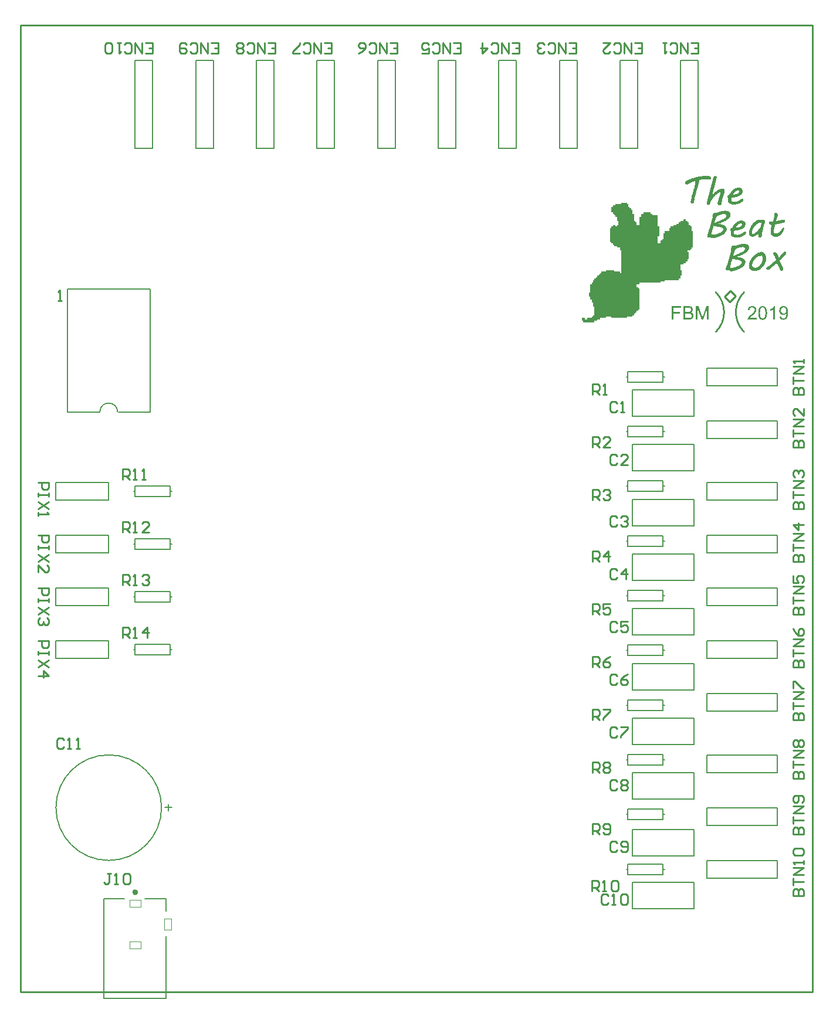
<source format=gto>
G04 Layer_Color=65535*
%FSLAX25Y25*%
%MOIN*%
G70*
G01*
G75*
%ADD10C,0.01000*%
%ADD13C,0.00000*%
%ADD27C,0.00787*%
%ADD28C,0.00500*%
%ADD29C,0.01575*%
%ADD30C,0.00591*%
G36*
X404210Y418308D02*
X404366Y418289D01*
X404521Y418211D01*
X404541D01*
X404560Y418192D01*
X404638Y418133D01*
X404755Y418036D01*
X404852Y417900D01*
X404871Y417861D01*
X404930Y417764D01*
X404988Y417628D01*
X405046Y417453D01*
Y417434D01*
X405066Y417414D01*
X405085Y417317D01*
X405105Y417162D01*
X405124Y416987D01*
Y416967D01*
Y416948D01*
Y416831D01*
X405105Y416676D01*
X405066Y416501D01*
X404288Y413526D01*
X404308D01*
X404385Y413546D01*
X404502Y413565D01*
X404638Y413585D01*
X404794Y413604D01*
X404969Y413643D01*
X405299Y413701D01*
X405318D01*
X405377Y413721D01*
X405474Y413740D01*
X405571Y413760D01*
X405707Y413779D01*
X405863Y413818D01*
X406193Y413876D01*
X406213D01*
X406271Y413896D01*
X406368Y413915D01*
X406485Y413935D01*
X406757Y413993D01*
X407029Y414051D01*
X407049D01*
X407088Y414071D01*
X407165Y414090D01*
X407243Y414110D01*
X407457Y414168D01*
X407651Y414207D01*
X407671D01*
X407690Y414226D01*
X407807Y414246D01*
X407943Y414265D01*
X408079Y414304D01*
X408118D01*
X408176Y414323D01*
X408273Y414343D01*
X408487D01*
X408584Y414323D01*
X408720Y414304D01*
X408759D01*
X408818Y414284D01*
X408915Y414265D01*
X409012Y414207D01*
X409031Y414187D01*
X409090Y414168D01*
X409168Y414110D01*
X409226Y414032D01*
X409245Y414012D01*
X409284Y413954D01*
X409304Y413857D01*
X409323Y413740D01*
Y413721D01*
Y413701D01*
X409304Y413585D01*
X409284Y413429D01*
X409226Y413273D01*
X409206Y413235D01*
X409148Y413157D01*
X409070Y413060D01*
X408954Y412943D01*
X408934Y412924D01*
X408857Y412865D01*
X408740Y412787D01*
X408604Y412710D01*
X408565Y412690D01*
X408487Y412651D01*
X408351Y412613D01*
X408196Y412574D01*
X408176D01*
X408079Y412554D01*
X407943Y412535D01*
X407768Y412476D01*
X407729D01*
X407671Y412457D01*
X407593Y412438D01*
X407399Y412399D01*
X407165Y412340D01*
X407146D01*
X407107Y412321D01*
X407049D01*
X406971Y412301D01*
X406757Y412243D01*
X406504Y412185D01*
X406485D01*
X406446Y412165D01*
X406368D01*
X406290Y412127D01*
X406077Y412088D01*
X405824Y412010D01*
X405804D01*
X405746Y411990D01*
X405649Y411971D01*
X405532Y411932D01*
X405260Y411874D01*
X404988Y411796D01*
X404969D01*
X404930Y411777D01*
X404871D01*
X404774Y411757D01*
X404580Y411718D01*
X404385Y411680D01*
X404347D01*
X404249Y411660D01*
X404133Y411641D01*
X403997Y411602D01*
X403899D01*
X403822Y411582D01*
X403744D01*
Y411563D01*
X403705Y411485D01*
X403666Y411368D01*
X403627Y411213D01*
X403569Y411038D01*
X403511Y410824D01*
X403394Y410396D01*
Y410377D01*
X403374Y410299D01*
X403355Y410183D01*
X403316Y410046D01*
X403277Y409871D01*
X403238Y409697D01*
X403141Y409308D01*
Y409288D01*
X403122Y409230D01*
X403102Y409133D01*
X403083Y409016D01*
X403044Y408725D01*
X402986Y408414D01*
Y408394D01*
Y408355D01*
X402966Y408278D01*
Y408200D01*
X402947Y407986D01*
Y407792D01*
Y407772D01*
Y407733D01*
Y407694D01*
Y407617D01*
X402966Y407442D01*
X403005Y407247D01*
Y407228D01*
X403025Y407208D01*
X403044Y407092D01*
X403102Y406955D01*
X403180Y406800D01*
X403199Y406761D01*
X403277Y406683D01*
X403394Y406586D01*
X403530Y406489D01*
X403549D01*
X403569Y406469D01*
X403686Y406450D01*
X403841Y406411D01*
X404074Y406392D01*
X404172D01*
X404288Y406411D01*
X404424Y406431D01*
X404599Y406469D01*
X404774Y406508D01*
X404988Y406586D01*
X405182Y406683D01*
X405202Y406703D01*
X405280Y406742D01*
X405377Y406800D01*
X405513Y406897D01*
X405668Y407014D01*
X405843Y407150D01*
X406213Y407461D01*
X406232Y407480D01*
X406290Y407539D01*
X406388Y407636D01*
X406504Y407772D01*
X406660Y407928D01*
X406815Y408103D01*
X407146Y408511D01*
X407165Y408530D01*
X407224Y408608D01*
X407301Y408725D01*
X407418Y408861D01*
X407535Y409016D01*
X407671Y409191D01*
X407962Y409580D01*
X407982Y409619D01*
X408040Y409677D01*
X408157Y409735D01*
X408293Y409774D01*
X408332D01*
X408429Y409735D01*
X408448D01*
X408487Y409716D01*
X408604Y409658D01*
X408623D01*
X408662Y409619D01*
X408720Y409580D01*
X408759Y409522D01*
X408779Y409502D01*
X408798Y409463D01*
X408818Y409405D01*
Y409327D01*
Y409308D01*
Y409288D01*
X408798Y409211D01*
Y409191D01*
X408759Y409094D01*
X408720Y408958D01*
X408682Y408802D01*
X408604Y408589D01*
X408507Y408375D01*
X408409Y408141D01*
X408273Y407889D01*
X408254Y407869D01*
X408215Y407772D01*
X408137Y407636D01*
X408060Y407480D01*
X407943Y407267D01*
X407826Y407053D01*
X407554Y406547D01*
Y406528D01*
X407535Y406508D01*
X407476Y406411D01*
X407360Y406256D01*
X407224Y406100D01*
X407185Y406061D01*
X407088Y405964D01*
X406932Y405828D01*
X406757Y405673D01*
X406738D01*
X406718Y405634D01*
X406601Y405536D01*
X406446Y405420D01*
X406252Y405264D01*
X406232D01*
X406213Y405245D01*
X406096Y405167D01*
X405941Y405050D01*
X405766Y404953D01*
X405746Y404934D01*
X405688Y404914D01*
X405610Y404856D01*
X405493Y404798D01*
X405377Y404739D01*
X405221Y404681D01*
X404871Y404584D01*
X404852D01*
X404794Y404564D01*
X404696D01*
X404580Y404545D01*
X404444Y404526D01*
X404288D01*
X403958Y404506D01*
X403841D01*
X403705Y404526D01*
X403549Y404545D01*
X403355Y404564D01*
X403161Y404603D01*
X402947Y404662D01*
X402733Y404739D01*
X402713Y404759D01*
X402655Y404778D01*
X402539Y404837D01*
X402422Y404914D01*
X402286Y405012D01*
X402130Y405128D01*
X401839Y405420D01*
X401819Y405439D01*
X401780Y405498D01*
X401703Y405595D01*
X401625Y405711D01*
X401547Y405848D01*
X401450Y406022D01*
X401353Y406217D01*
X401275Y406411D01*
Y406431D01*
X401236Y406508D01*
X401217Y406625D01*
X401178Y406781D01*
X401139Y406975D01*
X401119Y407189D01*
X401081Y407655D01*
Y407675D01*
Y407694D01*
Y407811D01*
X401100Y407986D01*
Y408219D01*
X401119Y408491D01*
X401158Y408822D01*
X401217Y409152D01*
X401275Y409502D01*
Y409522D01*
X401294Y409541D01*
Y409599D01*
X401314Y409677D01*
X401353Y409852D01*
X401411Y410105D01*
X401469Y410377D01*
X401547Y410688D01*
X401722Y411349D01*
X401605D01*
X401547Y411368D01*
X401353Y411388D01*
X401139Y411427D01*
X401119D01*
X401100Y411446D01*
X400983Y411485D01*
X400808Y411543D01*
X400633Y411621D01*
X400595Y411641D01*
X400497Y411718D01*
X400381Y411816D01*
X400245Y411932D01*
X400225Y411971D01*
X400186Y412068D01*
X400128Y412204D01*
X400109Y412379D01*
Y412399D01*
Y412438D01*
X400128Y412515D01*
X400147Y412613D01*
Y412632D01*
X400186Y412710D01*
X400206Y412807D01*
X400264Y412904D01*
X400283Y412924D01*
X400322Y413001D01*
X400381Y413079D01*
X400458Y413157D01*
X400478Y413176D01*
X400556Y413215D01*
X400633Y413235D01*
X400750Y413254D01*
X402227D01*
X402305Y413273D01*
X402383Y413332D01*
X402461Y413429D01*
X402480Y413468D01*
X402500Y413546D01*
X402539Y413643D01*
X402577Y413779D01*
Y413798D01*
X402597Y413876D01*
X402636Y413993D01*
X402655Y414129D01*
X402694Y414304D01*
X402733Y414479D01*
X402830Y414829D01*
Y414848D01*
X402850Y414907D01*
X402869Y414984D01*
X402908Y415101D01*
X402966Y415354D01*
X403025Y415606D01*
Y415626D01*
X403044Y415665D01*
X403083Y415781D01*
X403122Y415956D01*
X403161Y416112D01*
X403180Y416151D01*
X403199Y416228D01*
X403219Y416326D01*
Y416423D01*
Y416442D01*
Y416501D01*
Y416578D01*
X403199Y416676D01*
Y416695D01*
Y416773D01*
Y416889D01*
Y417045D01*
Y417142D01*
Y417162D01*
Y417200D01*
Y417278D01*
X403219Y417375D01*
Y417395D01*
X403238Y417473D01*
X403277Y417589D01*
X403316Y417764D01*
X403336Y417803D01*
X403374Y417881D01*
X403433Y417998D01*
X403549Y418133D01*
X403588Y418172D01*
X403686Y418231D01*
X403841Y418289D01*
X404055Y418328D01*
X404094D01*
X404210Y418308D01*
D02*
G37*
G36*
X384770Y413798D02*
X384945Y413779D01*
X385120Y413760D01*
X385470Y413662D01*
X385490D01*
X385548Y413643D01*
X385626Y413604D01*
X385742Y413565D01*
X385995Y413429D01*
X386228Y413254D01*
X386248Y413235D01*
X386287Y413215D01*
X386326Y413157D01*
X386403Y413079D01*
X386539Y412865D01*
X386676Y412613D01*
Y412593D01*
X386695Y412554D01*
X386734Y412476D01*
X386753Y412379D01*
X386792Y412263D01*
X386812Y412146D01*
X386831Y411835D01*
Y411816D01*
Y411777D01*
Y411699D01*
X386812Y411621D01*
X386792Y411388D01*
X386734Y411155D01*
Y411135D01*
X386695Y411057D01*
X386656Y410941D01*
X386598Y410805D01*
X386520Y410630D01*
X386423Y410455D01*
X386306Y410280D01*
X386170Y410105D01*
X386151Y410085D01*
X386092Y410027D01*
X386015Y409949D01*
X385917Y409833D01*
X385781Y409716D01*
X385606Y409580D01*
X385431Y409463D01*
X385237Y409327D01*
X385217Y409308D01*
X385140Y409269D01*
X385023Y409211D01*
X384887Y409133D01*
X384712Y409036D01*
X384498Y408958D01*
X384284Y408861D01*
X384051Y408764D01*
X384032D01*
X383934Y408725D01*
X383818Y408686D01*
X383643Y408647D01*
X383449Y408589D01*
X383235Y408511D01*
X382768Y408394D01*
X382749D01*
X382651Y408375D01*
X382535Y408355D01*
X382379Y408316D01*
X382185Y408278D01*
X381971Y408239D01*
X381524Y408161D01*
X381505D01*
X381427Y408141D01*
X381310D01*
X381174Y408122D01*
X381018Y408103D01*
X380843Y408083D01*
X380494Y408044D01*
X380474Y408005D01*
X380435Y407908D01*
X380377Y407753D01*
X380319Y407558D01*
Y407539D01*
Y407500D01*
X380299Y407461D01*
Y407383D01*
X380280Y407189D01*
X380260Y406994D01*
Y406975D01*
Y406897D01*
X380280Y406781D01*
X380319Y406644D01*
X380377Y406489D01*
X380474Y406333D01*
X380591Y406178D01*
X380746Y406042D01*
X380766Y406022D01*
X380843Y405983D01*
X380941Y405945D01*
X381096Y405886D01*
X381291Y405809D01*
X381524Y405770D01*
X381796Y405731D01*
X382107Y405711D01*
X382282D01*
X382399Y405731D01*
X382554D01*
X382710Y405750D01*
X383040Y405809D01*
X383060D01*
X383118Y405828D01*
X383215Y405848D01*
X383332Y405886D01*
X383604Y405983D01*
X383915Y406100D01*
X383934D01*
X383993Y406139D01*
X384071Y406158D01*
X384168Y406217D01*
X384401Y406333D01*
X384673Y406469D01*
X384693Y406489D01*
X384732Y406508D01*
X384809Y406547D01*
X384907Y406606D01*
X385120Y406742D01*
X385354Y406897D01*
X385373Y406917D01*
X385412Y406936D01*
X385490Y406994D01*
X385587Y407053D01*
X385820Y407189D01*
X386073Y407325D01*
X386092D01*
X386131Y407344D01*
X386190Y407383D01*
X386287Y407422D01*
X386481Y407480D01*
X386676Y407500D01*
X386714D01*
X386831Y407480D01*
X386948Y407442D01*
X387025Y407364D01*
X387045Y407344D01*
X387064Y407286D01*
X387084Y407189D01*
X387103Y407092D01*
Y407072D01*
Y407033D01*
X387084Y406917D01*
Y406897D01*
Y406878D01*
X387064Y406781D01*
Y406761D01*
Y406742D01*
X387025Y406606D01*
X386967Y406431D01*
X386851Y406236D01*
Y406217D01*
X386831Y406197D01*
X386753Y406081D01*
X386617Y405925D01*
X386462Y405770D01*
X386442D01*
X386403Y405731D01*
X386345Y405692D01*
X386267Y405634D01*
X386170Y405556D01*
X386053Y405478D01*
X385762Y405284D01*
X385412Y405089D01*
X385043Y404876D01*
X384615Y404681D01*
X384187Y404526D01*
X384168D01*
X384129Y404506D01*
X384071Y404487D01*
X383993Y404467D01*
X383876Y404448D01*
X383759Y404409D01*
X383449Y404351D01*
X383079Y404292D01*
X382671Y404234D01*
X382204Y404195D01*
X381718Y404176D01*
X381543D01*
X381349Y404195D01*
X381116Y404214D01*
X381057D01*
X380980Y404234D01*
X380902D01*
X380669Y404273D01*
X380396Y404331D01*
X380377D01*
X380338Y404351D01*
X380260Y404370D01*
X380163Y404389D01*
X379930Y404467D01*
X379658Y404584D01*
X379638D01*
X379599Y404623D01*
X379541Y404662D01*
X379444Y404701D01*
X379249Y404856D01*
X379016Y405050D01*
X378997Y405070D01*
X378977Y405109D01*
X378919Y405167D01*
X378861Y405264D01*
X378783Y405362D01*
X378705Y405498D01*
X378569Y405789D01*
Y405809D01*
X378550Y405867D01*
X378511Y405964D01*
X378491Y406081D01*
X378452Y406236D01*
X378414Y406431D01*
X378394Y406625D01*
Y406839D01*
Y406858D01*
Y406936D01*
Y407033D01*
X378414Y407169D01*
X378433Y407325D01*
X378452Y407519D01*
X378530Y407947D01*
X378511D01*
X378452Y407966D01*
X378375Y408005D01*
X378277Y408083D01*
X378258Y408103D01*
X378219Y408180D01*
X378180Y408297D01*
X378161Y408452D01*
Y408472D01*
Y408530D01*
X378180Y408608D01*
X378200Y408725D01*
X378258Y408958D01*
X378316Y409094D01*
X378394Y409211D01*
X378414Y409230D01*
X378433Y409269D01*
X378491Y409327D01*
X378569Y409385D01*
X378783Y409541D01*
X378919Y409599D01*
X379055Y409658D01*
Y409677D01*
X379075Y409697D01*
X379113Y409755D01*
X379152Y409833D01*
X379249Y410027D01*
X379405Y410280D01*
X379424Y410299D01*
X379444Y410358D01*
X379502Y410435D01*
X379580Y410552D01*
X379658Y410669D01*
X379774Y410824D01*
X380008Y411155D01*
X380027Y411174D01*
X380066Y411232D01*
X380144Y411330D01*
X380241Y411446D01*
X380377Y411582D01*
X380513Y411738D01*
X380824Y412088D01*
X380843Y412107D01*
X380902Y412165D01*
X380999Y412263D01*
X381135Y412379D01*
X381271Y412496D01*
X381446Y412651D01*
X381835Y412943D01*
X381854Y412962D01*
X381932Y413001D01*
X382049Y413079D01*
X382204Y413176D01*
X382379Y413273D01*
X382574Y413371D01*
X383040Y413565D01*
X383079Y413585D01*
X383157Y413604D01*
X383274Y413643D01*
X383449Y413701D01*
X383662Y413740D01*
X383896Y413779D01*
X384148Y413798D01*
X384420Y413818D01*
X384634D01*
X384770Y413798D01*
D02*
G37*
G36*
X390754Y365199D02*
X390827D01*
X390921Y365186D01*
X391034Y365172D01*
X391154Y365152D01*
X391280Y365132D01*
X391420Y365099D01*
X391560Y365059D01*
X391707Y365006D01*
X391853Y364946D01*
X392000Y364879D01*
X392140Y364793D01*
X392273Y364700D01*
X392399Y364593D01*
X392406Y364586D01*
X392426Y364566D01*
X392459Y364533D01*
X392499Y364486D01*
X392552Y364426D01*
X392606Y364353D01*
X392659Y364267D01*
X392726Y364173D01*
X392786Y364067D01*
X392839Y363953D01*
X392899Y363827D01*
X392945Y363694D01*
X392985Y363554D01*
X393019Y363401D01*
X393039Y363241D01*
X393045Y363074D01*
Y363068D01*
Y363054D01*
Y363028D01*
Y362995D01*
X393039Y362954D01*
Y362901D01*
X393019Y362788D01*
X392999Y362648D01*
X392965Y362495D01*
X392919Y362329D01*
X392852Y362162D01*
Y362155D01*
X392845Y362142D01*
X392832Y362115D01*
X392819Y362089D01*
X392799Y362042D01*
X392772Y361996D01*
X392739Y361942D01*
X392706Y361882D01*
X392619Y361742D01*
X392512Y361583D01*
X392379Y361409D01*
X392226Y361230D01*
X392219Y361223D01*
X392206Y361210D01*
X392179Y361176D01*
X392146Y361136D01*
X392093Y361090D01*
X392033Y361030D01*
X391966Y360957D01*
X391886Y360877D01*
X391787Y360783D01*
X391680Y360683D01*
X391567Y360570D01*
X391434Y360450D01*
X391294Y360324D01*
X391134Y360184D01*
X390967Y360037D01*
X390781Y359878D01*
X390774Y359871D01*
X390741Y359844D01*
X390701Y359811D01*
X390641Y359764D01*
X390574Y359704D01*
X390501Y359638D01*
X390415Y359565D01*
X390328Y359491D01*
X390142Y359331D01*
X389962Y359172D01*
X389882Y359098D01*
X389802Y359025D01*
X389742Y358965D01*
X389689Y358912D01*
X389675Y358899D01*
X389649Y358872D01*
X389602Y358819D01*
X389549Y358752D01*
X389489Y358679D01*
X389422Y358592D01*
X389356Y358499D01*
X389296Y358406D01*
X393059D01*
Y357500D01*
X387984D01*
Y357507D01*
Y357513D01*
Y357533D01*
Y357560D01*
Y357627D01*
X387990Y357706D01*
X388004Y357806D01*
X388024Y357920D01*
X388050Y358033D01*
X388090Y358153D01*
Y358159D01*
X388097Y358179D01*
X388110Y358206D01*
X388130Y358239D01*
X388150Y358286D01*
X388177Y358346D01*
X388203Y358406D01*
X388243Y358472D01*
X388323Y358632D01*
X388437Y358799D01*
X388563Y358985D01*
X388710Y359172D01*
X388716Y359178D01*
X388730Y359192D01*
X388756Y359225D01*
X388790Y359258D01*
X388836Y359305D01*
X388889Y359365D01*
X388949Y359431D01*
X389023Y359505D01*
X389109Y359585D01*
X389196Y359671D01*
X389302Y359771D01*
X389409Y359871D01*
X389529Y359978D01*
X389655Y360091D01*
X389795Y360211D01*
X389942Y360331D01*
X389948D01*
X389955Y360344D01*
X389995Y360377D01*
X390062Y360430D01*
X390142Y360504D01*
X390248Y360590D01*
X390361Y360690D01*
X390488Y360803D01*
X390621Y360923D01*
X390761Y361050D01*
X390907Y361183D01*
X391047Y361316D01*
X391187Y361456D01*
X391314Y361589D01*
X391434Y361722D01*
X391540Y361842D01*
X391633Y361962D01*
X391640Y361969D01*
X391653Y361989D01*
X391673Y362022D01*
X391700Y362062D01*
X391733Y362115D01*
X391773Y362182D01*
X391813Y362249D01*
X391853Y362329D01*
X391933Y362502D01*
X392006Y362695D01*
X392033Y362795D01*
X392053Y362895D01*
X392066Y362995D01*
X392073Y363094D01*
Y363101D01*
Y363121D01*
Y363148D01*
X392066Y363188D01*
X392060Y363234D01*
X392053Y363294D01*
X392040Y363354D01*
X392026Y363421D01*
X391973Y363574D01*
X391946Y363647D01*
X391906Y363727D01*
X391860Y363807D01*
X391807Y363887D01*
X391746Y363967D01*
X391673Y364040D01*
X391667Y364047D01*
X391653Y364060D01*
X391633Y364073D01*
X391600Y364100D01*
X391560Y364127D01*
X391513Y364160D01*
X391460Y364200D01*
X391394Y364233D01*
X391320Y364267D01*
X391240Y364306D01*
X391154Y364340D01*
X391061Y364367D01*
X390967Y364393D01*
X390861Y364413D01*
X390747Y364420D01*
X390628Y364426D01*
X390561D01*
X390514Y364420D01*
X390461Y364413D01*
X390395Y364406D01*
X390315Y364393D01*
X390235Y364373D01*
X390062Y364327D01*
X389975Y364293D01*
X389882Y364253D01*
X389795Y364207D01*
X389709Y364147D01*
X389622Y364087D01*
X389542Y364014D01*
X389535Y364007D01*
X389522Y363994D01*
X389502Y363973D01*
X389482Y363940D01*
X389449Y363894D01*
X389416Y363847D01*
X389376Y363787D01*
X389342Y363720D01*
X389302Y363640D01*
X389262Y363554D01*
X389229Y363461D01*
X389202Y363361D01*
X389176Y363254D01*
X389156Y363134D01*
X389142Y363015D01*
X389136Y362881D01*
X388163Y362981D01*
Y362995D01*
X388170Y363028D01*
X388177Y363088D01*
X388190Y363161D01*
X388203Y363248D01*
X388230Y363354D01*
X388257Y363467D01*
X388290Y363594D01*
X388337Y363727D01*
X388383Y363860D01*
X388443Y364000D01*
X388516Y364133D01*
X388596Y364273D01*
X388683Y364400D01*
X388790Y364520D01*
X388903Y364633D01*
X388909Y364639D01*
X388936Y364660D01*
X388969Y364686D01*
X389023Y364719D01*
X389089Y364766D01*
X389169Y364813D01*
X389262Y364866D01*
X389369Y364919D01*
X389482Y364972D01*
X389615Y365026D01*
X389762Y365072D01*
X389915Y365119D01*
X390082Y365152D01*
X390261Y365179D01*
X390448Y365199D01*
X390648Y365206D01*
X390694D01*
X390754Y365199D01*
D02*
G37*
G36*
X403588Y357500D02*
X402642D01*
Y363501D01*
X402636Y363494D01*
X402629Y363487D01*
X402609Y363467D01*
X402582Y363447D01*
X402542Y363414D01*
X402502Y363381D01*
X402456Y363341D01*
X402402Y363294D01*
X402269Y363201D01*
X402116Y363088D01*
X401943Y362968D01*
X401743Y362848D01*
X401736Y362841D01*
X401717Y362835D01*
X401690Y362815D01*
X401650Y362795D01*
X401603Y362768D01*
X401550Y362741D01*
X401483Y362702D01*
X401417Y362668D01*
X401264Y362588D01*
X401097Y362508D01*
X400924Y362428D01*
X400758Y362362D01*
Y363274D01*
X400764Y363281D01*
X400791Y363294D01*
X400837Y363314D01*
X400891Y363341D01*
X400957Y363374D01*
X401037Y363421D01*
X401124Y363467D01*
X401224Y363527D01*
X401330Y363587D01*
X401437Y363661D01*
X401670Y363814D01*
X401910Y363987D01*
X402136Y364173D01*
X402143Y364180D01*
X402163Y364200D01*
X402189Y364227D01*
X402236Y364267D01*
X402283Y364313D01*
X402336Y364367D01*
X402396Y364433D01*
X402462Y364500D01*
X402602Y364660D01*
X402742Y364833D01*
X402869Y365019D01*
X402929Y365112D01*
X402975Y365206D01*
X403588D01*
Y357500D01*
D02*
G37*
G36*
X386326Y400610D02*
X386481D01*
X386676Y400591D01*
X387064Y400513D01*
X387084D01*
X387161Y400494D01*
X387259Y400474D01*
X387375Y400435D01*
X387686Y400319D01*
X387997Y400163D01*
X388017Y400144D01*
X388075Y400124D01*
X388134Y400066D01*
X388231Y400008D01*
X388445Y399794D01*
X388639Y399541D01*
X388658Y399522D01*
X388678Y399483D01*
X388717Y399386D01*
X388775Y399288D01*
X388814Y399152D01*
X388853Y398997D01*
X388872Y398802D01*
X388892Y398608D01*
Y398589D01*
Y398569D01*
Y398452D01*
X388872Y398277D01*
X388833Y398044D01*
X388775Y397792D01*
X388678Y397500D01*
X388561Y397208D01*
X388386Y396917D01*
X388367Y396878D01*
X388289Y396781D01*
X388192Y396645D01*
X388036Y396450D01*
X387823Y396236D01*
X387589Y396003D01*
X387317Y395770D01*
X386987Y395517D01*
X386967D01*
X386948Y395498D01*
X386889Y395459D01*
X386831Y395400D01*
X386637Y395284D01*
X386365Y395128D01*
X386053Y394934D01*
X385684Y394739D01*
X385256Y394526D01*
X384790Y394312D01*
X384770D01*
X384732Y394292D01*
X384654Y394253D01*
X384576Y394215D01*
X384440Y394156D01*
X384304Y394098D01*
X384148Y394040D01*
X383954Y393962D01*
X383546Y393806D01*
X383060Y393612D01*
X382535Y393418D01*
X381952Y393223D01*
X382010D01*
X382068Y393204D01*
X382165Y393184D01*
X382263Y393165D01*
X382399Y393145D01*
X382690Y393087D01*
X383021Y393029D01*
X383390Y392951D01*
X383759Y392854D01*
X384109Y392757D01*
X384129D01*
X384148Y392737D01*
X384265Y392718D01*
X384420Y392659D01*
X384634Y392582D01*
X384868Y392504D01*
X385120Y392387D01*
X385373Y392290D01*
X385606Y392154D01*
X385626Y392134D01*
X385703Y392096D01*
X385820Y392018D01*
X385937Y391921D01*
X386092Y391804D01*
X386228Y391668D01*
X386365Y391512D01*
X386481Y391357D01*
X386501Y391337D01*
X386520Y391279D01*
X386578Y391182D01*
X386637Y391065D01*
X386676Y390910D01*
X386734Y390735D01*
X386753Y390560D01*
X386773Y390346D01*
Y390307D01*
Y390210D01*
X386753Y390054D01*
X386714Y389860D01*
X386656Y389627D01*
X386578Y389355D01*
X386481Y389082D01*
X386326Y388771D01*
X386306Y388733D01*
X386248Y388635D01*
X386131Y388480D01*
X385976Y388285D01*
X385781Y388052D01*
X385529Y387799D01*
X385237Y387547D01*
X384887Y387275D01*
X384868D01*
X384829Y387236D01*
X384770Y387197D01*
X384673Y387138D01*
X384557Y387061D01*
X384440Y386983D01*
X384129Y386808D01*
X384109Y386789D01*
X384051Y386769D01*
X383973Y386711D01*
X383857Y386652D01*
X383701Y386575D01*
X383546Y386497D01*
X383176Y386302D01*
X383157Y386283D01*
X383099Y386264D01*
X382982Y386205D01*
X382846Y386147D01*
X382690Y386069D01*
X382515Y385991D01*
X382107Y385817D01*
X382088Y385797D01*
X382010Y385778D01*
X381893Y385739D01*
X381757Y385680D01*
X381582Y385622D01*
X381388Y385544D01*
X380960Y385408D01*
X380941D01*
X380863Y385389D01*
X380746Y385350D01*
X380591Y385311D01*
X380416Y385253D01*
X380221Y385214D01*
X379813Y385117D01*
X379794D01*
X379716Y385097D01*
X379619Y385078D01*
X379483Y385058D01*
X379327Y385039D01*
X379152Y385019D01*
X378783Y385000D01*
X378647D01*
X378511Y385019D01*
X378375Y385039D01*
X378355D01*
X378277Y385078D01*
X378161Y385117D01*
X378044Y385175D01*
X378025Y385194D01*
X377966Y385253D01*
X377869Y385331D01*
X377753Y385447D01*
X377733Y385467D01*
X377675Y385564D01*
X377578Y385680D01*
X377461Y385855D01*
X377442D01*
X377422Y385817D01*
X377305Y385758D01*
X377131Y385661D01*
X376917Y385583D01*
X376897D01*
X376878Y385564D01*
X376819Y385544D01*
X376742D01*
X376567Y385505D01*
X376353Y385486D01*
X376022D01*
X375964Y385505D01*
X375906Y385544D01*
X375886Y385564D01*
X375867Y385583D01*
X375770Y385680D01*
Y385700D01*
X375731Y385739D01*
X375673Y385855D01*
Y385875D01*
Y385933D01*
X375653Y386069D01*
Y386089D01*
Y386166D01*
Y386264D01*
X375673Y386400D01*
X375692Y386555D01*
X375711Y386711D01*
X375809Y387080D01*
Y387100D01*
X375828Y387158D01*
X375867Y387275D01*
X375906Y387391D01*
X375964Y387547D01*
X376022Y387722D01*
X376158Y388071D01*
Y388091D01*
X376178Y388110D01*
X376217Y388227D01*
X376275Y388402D01*
X376353Y388635D01*
X376431Y388927D01*
X376528Y389238D01*
X376644Y389588D01*
X376761Y389957D01*
Y389977D01*
X376781Y389996D01*
X376800Y390054D01*
X376819Y390132D01*
X376878Y390327D01*
X376956Y390579D01*
X377033Y390871D01*
X377131Y391221D01*
X377247Y391571D01*
X377344Y391940D01*
Y391960D01*
X377364Y391979D01*
X377383Y392037D01*
X377403Y392115D01*
X377442Y392309D01*
X377519Y392562D01*
X377597Y392873D01*
X377694Y393204D01*
X377791Y393554D01*
X377889Y393923D01*
Y393942D01*
X377908Y393962D01*
Y394020D01*
X377927Y394098D01*
X377986Y394273D01*
X378064Y394526D01*
X378141Y394798D01*
X378219Y395109D01*
X378394Y395770D01*
X378686Y396994D01*
Y397033D01*
Y397072D01*
X378666Y397169D01*
Y397189D01*
Y397267D01*
Y397383D01*
X378647Y397500D01*
Y397539D01*
Y397597D01*
X378627Y397714D01*
Y397811D01*
X378608Y397947D01*
X378666Y398141D01*
X378647Y398122D01*
X378666Y398161D01*
X378686Y398258D01*
X378744Y398394D01*
X378802Y398550D01*
Y398569D01*
X378822Y398589D01*
X378861Y398705D01*
X378938Y398861D01*
X379036Y399016D01*
Y399036D01*
X379055Y399055D01*
X379133Y399133D01*
X379211Y399250D01*
X379327Y399366D01*
X379366Y399386D01*
X379444Y399444D01*
X379560Y399502D01*
X379697Y399522D01*
X379813D01*
X379969Y399502D01*
X380144Y399483D01*
X380319D01*
X380474Y399463D01*
X380882D01*
X380941Y399483D01*
X381018Y399502D01*
X381116Y399522D01*
X381135D01*
X381232Y399561D01*
X381349Y399580D01*
X381524Y399638D01*
X381543D01*
X381563Y399658D01*
X381621Y399677D01*
X381699Y399697D01*
X381893Y399774D01*
X382165Y399872D01*
X382185Y399891D01*
X382263Y399910D01*
X382379Y399949D01*
X382535Y399988D01*
X382710Y400047D01*
X382885Y400105D01*
X383274Y400221D01*
X383293D01*
X383351Y400241D01*
X383449Y400280D01*
X383585Y400299D01*
X383721Y400338D01*
X383896Y400377D01*
X384226Y400455D01*
X384245D01*
X384304Y400474D01*
X384401Y400494D01*
X384518Y400513D01*
X384790Y400552D01*
X385101Y400591D01*
X385179D01*
X385256Y400610D01*
X385509D01*
X385645Y400630D01*
X386190D01*
X386326Y400610D01*
D02*
G37*
G36*
X396007Y396042D02*
X396201Y396003D01*
X396415Y395964D01*
X396648Y395886D01*
X396882Y395770D01*
X397095Y395634D01*
X397115Y395614D01*
X397193Y395556D01*
X397290Y395459D01*
X397426Y395342D01*
X397581Y395187D01*
X397737Y394992D01*
X397892Y394759D01*
X398048Y394506D01*
Y394487D01*
X398067Y394467D01*
X398126Y394370D01*
X398184Y394215D01*
X398262Y394040D01*
X398281Y394001D01*
X398320Y393903D01*
X398378Y393748D01*
X398417Y393573D01*
Y393554D01*
X398437Y393534D01*
X398456Y393418D01*
X398495Y393243D01*
X398534Y393029D01*
Y393009D01*
Y392990D01*
X398553Y392932D01*
Y392854D01*
X398573Y392640D01*
Y392387D01*
Y392348D01*
Y392251D01*
X398553Y392076D01*
X398534Y391862D01*
X398515Y391610D01*
X398456Y391318D01*
X398398Y391007D01*
X398301Y390676D01*
X398281Y390638D01*
X398262Y390521D01*
X398203Y390365D01*
X398106Y390152D01*
X398009Y389879D01*
X397892Y389607D01*
X397737Y389296D01*
X397562Y388985D01*
X397543Y388946D01*
X397484Y388849D01*
X397368Y388674D01*
X397231Y388480D01*
X397057Y388227D01*
X396862Y387955D01*
X396629Y387683D01*
X396376Y387391D01*
X396337Y387352D01*
X396259Y387275D01*
X396104Y387119D01*
X395929Y386944D01*
X395696Y386730D01*
X395443Y386497D01*
X395151Y386264D01*
X394840Y386030D01*
X394821Y386011D01*
X394743Y385972D01*
X394626Y385894D01*
X394471Y385797D01*
X394277Y385700D01*
X394063Y385603D01*
X393810Y385505D01*
X393557Y385408D01*
X393518D01*
X393441Y385369D01*
X393305Y385350D01*
X393110Y385311D01*
X392877Y385272D01*
X392624Y385233D01*
X392333Y385214D01*
X392021Y385194D01*
X391885D01*
X391730Y385214D01*
X391535D01*
X391322Y385253D01*
X391088Y385292D01*
X390836Y385331D01*
X390602Y385408D01*
X390583Y385428D01*
X390505Y385447D01*
X390389Y385486D01*
X390252Y385564D01*
X390097Y385642D01*
X389922Y385739D01*
X389747Y385875D01*
X389592Y386011D01*
X389572Y386030D01*
X389533Y386089D01*
X389455Y386166D01*
X389378Y386283D01*
X389281Y386419D01*
X389183Y386594D01*
X389008Y386963D01*
Y386983D01*
X388969Y387061D01*
X388950Y387177D01*
X388911Y387333D01*
X388872Y387527D01*
X388853Y387741D01*
X388814Y387974D01*
Y388227D01*
Y388266D01*
Y388344D01*
X388833Y388480D01*
Y388655D01*
X388853Y388869D01*
X388892Y389102D01*
X388950Y389374D01*
X389008Y389646D01*
Y389685D01*
X389047Y389763D01*
X389067Y389899D01*
X389125Y390074D01*
X389203Y390268D01*
X389281Y390501D01*
X389378Y390754D01*
X389494Y391026D01*
X389514Y391065D01*
X389553Y391143D01*
X389630Y391299D01*
X389728Y391474D01*
X389844Y391707D01*
X390000Y391940D01*
X390175Y392212D01*
X390369Y392484D01*
X390389Y392523D01*
X390466Y392620D01*
X390583Y392757D01*
X390739Y392951D01*
X390933Y393165D01*
X391147Y393418D01*
X391399Y393670D01*
X391672Y393942D01*
X391710Y393981D01*
X391808Y394059D01*
X391963Y394195D01*
X392177Y394370D01*
X392430Y394584D01*
X392721Y394798D01*
X393071Y395031D01*
X393421Y395264D01*
X393460Y395284D01*
X393538Y395323D01*
X393693Y395400D01*
X393907Y395478D01*
X393927D01*
X393966Y395498D01*
X394024Y395517D01*
X394121Y395536D01*
X394335Y395595D01*
X394588Y395614D01*
X394607Y395634D01*
X394665Y395692D01*
X394763Y395750D01*
X394899Y395848D01*
X395054Y395925D01*
X395249Y395984D01*
X395462Y396042D01*
X395715Y396061D01*
X395851D01*
X396007Y396042D01*
D02*
G37*
G36*
X365966Y357500D02*
X364987D01*
Y363927D01*
X362742Y357500D01*
X361830D01*
X359612Y364040D01*
Y357500D01*
X358633D01*
Y365179D01*
X360158D01*
X361976Y359738D01*
Y359731D01*
X361990Y359704D01*
X362003Y359665D01*
X362016Y359611D01*
X362036Y359551D01*
X362063Y359478D01*
X362090Y359398D01*
X362116Y359312D01*
X362176Y359125D01*
X362236Y358939D01*
X362296Y358759D01*
X362323Y358672D01*
X362343Y358599D01*
Y358606D01*
X362349Y358619D01*
X362356Y358646D01*
X362369Y358679D01*
X362383Y358719D01*
X362403Y358772D01*
X362423Y358839D01*
X362442Y358912D01*
X362469Y358992D01*
X362503Y359085D01*
X362536Y359185D01*
X362576Y359298D01*
X362616Y359418D01*
X362656Y359545D01*
X362702Y359684D01*
X362756Y359831D01*
X364594Y365179D01*
X365966D01*
Y357500D01*
D02*
G37*
G36*
X409323Y396081D02*
X409420D01*
X409615Y396003D01*
X409692Y395964D01*
X409770Y395886D01*
X409790Y395848D01*
X409867Y395731D01*
X409926Y395575D01*
X409945Y395342D01*
Y395323D01*
Y395284D01*
Y395206D01*
X409926Y395128D01*
X409887Y394895D01*
X409809Y394662D01*
Y394642D01*
X409790Y394623D01*
X409712Y394487D01*
X409595Y394351D01*
X409459Y394195D01*
X409440Y394176D01*
X409401Y394156D01*
X409343Y394098D01*
X409265Y394040D01*
X409051Y393845D01*
X408779Y393612D01*
X408759Y393593D01*
X408720Y393554D01*
X408643Y393476D01*
X408565Y393398D01*
X408312Y393145D01*
X408040Y392873D01*
X408021Y392854D01*
X407982Y392815D01*
X407904Y392737D01*
X407807Y392640D01*
X407574Y392407D01*
X407301Y392134D01*
X407282Y392115D01*
X407243Y392076D01*
X407165Y391998D01*
X407088Y391921D01*
X406854Y391707D01*
X406621Y391474D01*
X406601Y391454D01*
X406543Y391396D01*
X406485Y391318D01*
X406407Y391240D01*
X406388Y391221D01*
X406368Y391162D01*
X406329Y391065D01*
X406310Y390929D01*
Y390910D01*
Y390871D01*
X406329Y390774D01*
X406368Y390676D01*
X406388Y390657D01*
X406407Y390579D01*
X406465Y390463D01*
X406524Y390327D01*
X406543Y390288D01*
X406582Y390210D01*
X406640Y390093D01*
X406699Y389957D01*
X406718Y389938D01*
X406757Y389860D01*
X406815Y389743D01*
X406854Y389627D01*
Y389607D01*
X406874Y389588D01*
X406913Y389510D01*
X406951Y389432D01*
X407068Y389218D01*
X407204Y388946D01*
X407224Y388927D01*
X407243Y388888D01*
X407282Y388810D01*
X407360Y388694D01*
X407418Y388577D01*
X407496Y388441D01*
X407671Y388130D01*
X407690Y388110D01*
X407710Y388052D01*
X407749Y387974D01*
X407807Y387858D01*
X407865Y387722D01*
X407943Y387585D01*
X408060Y387255D01*
Y387236D01*
X408079Y387177D01*
X408118Y387100D01*
X408157Y386983D01*
X408215Y386711D01*
X408235Y386419D01*
Y386400D01*
Y386380D01*
Y386264D01*
X408196Y386108D01*
X408157Y385933D01*
X408137Y385894D01*
X408098Y385817D01*
X408040Y385680D01*
X407962Y385564D01*
X407943Y385544D01*
X407885Y385467D01*
X407807Y385389D01*
X407710Y385311D01*
X407690Y385292D01*
X407632Y385272D01*
X407535Y385233D01*
X407437Y385214D01*
X407399D01*
X407282Y385233D01*
X407126Y385253D01*
X406990Y385292D01*
X406971Y385311D01*
X406893Y385331D01*
X406815Y385408D01*
X406718Y385486D01*
X406699Y385505D01*
X406660Y385564D01*
X406582Y385661D01*
X406524Y385778D01*
X406504Y385817D01*
X406465Y385894D01*
X406427Y386030D01*
X406349Y386205D01*
Y386225D01*
X406329Y386283D01*
X406290Y386361D01*
X406252Y386458D01*
X406193Y386594D01*
X406135Y386750D01*
X405979Y387100D01*
Y387119D01*
X405941Y387177D01*
X405902Y387294D01*
X405843Y387411D01*
X405766Y387566D01*
X405688Y387741D01*
X405513Y388091D01*
X405493Y388110D01*
X405474Y388169D01*
X405435Y388266D01*
X405377Y388402D01*
X405299Y388538D01*
X405221Y388694D01*
X405066Y389024D01*
Y389043D01*
X405027Y389102D01*
X405007Y389180D01*
X404949Y389277D01*
X404852Y389491D01*
X404794Y389588D01*
X404755Y389685D01*
X404735Y389666D01*
X404696Y389646D01*
X404638Y389607D01*
X404560Y389529D01*
X404366Y389374D01*
X404133Y389199D01*
X404113Y389180D01*
X404074Y389160D01*
X404016Y389102D01*
X403919Y389024D01*
X403802Y388927D01*
X403666Y388830D01*
X403491Y388694D01*
X403316Y388558D01*
X403297Y388538D01*
X403238Y388480D01*
X403122Y388402D01*
X402986Y388285D01*
X402791Y388149D01*
X402577Y387974D01*
X402325Y387780D01*
X402053Y387566D01*
X402014Y387547D01*
X401917Y387449D01*
X401742Y387333D01*
X401528Y387138D01*
X401236Y386925D01*
X400906Y386652D01*
X400517Y386361D01*
X400089Y386011D01*
X400070D01*
X400050Y385991D01*
X399992Y385953D01*
X399914Y385933D01*
X399700Y385855D01*
X399428Y385836D01*
X399331D01*
X399214Y385855D01*
X399098Y385894D01*
X399078Y385914D01*
X399020Y385953D01*
X398942Y386011D01*
X398864Y386089D01*
X398845Y386108D01*
X398806Y386186D01*
X398767Y386264D01*
X398709Y386380D01*
Y386400D01*
X398689Y386477D01*
X398670Y386575D01*
Y386691D01*
Y386711D01*
Y386730D01*
X398689Y386827D01*
X398709Y386944D01*
X398748Y387061D01*
X398767Y387080D01*
X398806Y387158D01*
X398884Y387236D01*
X398962Y387313D01*
X398981Y387333D01*
X399059Y387391D01*
X399137Y387449D01*
X399253Y387508D01*
X399273Y387527D01*
X399350Y387547D01*
X399448Y387605D01*
X399545Y387644D01*
X399564Y387663D01*
X399623Y387702D01*
X399700Y387760D01*
X399817Y387838D01*
X399973Y387916D01*
X400128Y388033D01*
X400497Y388305D01*
X400517Y388324D01*
X400595Y388383D01*
X400692Y388460D01*
X400828Y388577D01*
X401003Y388694D01*
X401178Y388849D01*
X401586Y389180D01*
X401605Y389199D01*
X401683Y389257D01*
X401800Y389355D01*
X401936Y389471D01*
X402111Y389607D01*
X402286Y389763D01*
X402694Y390113D01*
X402713Y390132D01*
X402791Y390191D01*
X402908Y390288D01*
X403044Y390404D01*
X403199Y390540D01*
X403374Y390696D01*
X403763Y391026D01*
X404230Y391454D01*
Y391474D01*
X404210Y391551D01*
X404172Y391649D01*
X404133Y391785D01*
X404035Y392076D01*
X403919Y392387D01*
Y392407D01*
X403899Y392445D01*
X403861Y392523D01*
X403822Y392620D01*
X403705Y392834D01*
X403588Y393068D01*
Y393087D01*
X403569Y393126D01*
X403530Y393184D01*
X403491Y393262D01*
X403394Y393437D01*
X403277Y393651D01*
Y393670D01*
X403258Y393690D01*
X403219Y393748D01*
X403180Y393826D01*
X403063Y394020D01*
X402927Y394234D01*
Y394253D01*
X402908Y394273D01*
X402830Y394390D01*
X402733Y394526D01*
X402655Y394642D01*
X402636Y394662D01*
X402616Y394739D01*
X402597Y394837D01*
X402577Y394953D01*
Y394973D01*
Y395031D01*
X402597Y395109D01*
X402616Y395206D01*
X402636Y395225D01*
X402655Y395303D01*
X402713Y395400D01*
X402791Y395498D01*
X402811Y395517D01*
X402869Y395595D01*
X402966Y395673D01*
X403083Y395750D01*
X403122Y395770D01*
X403199Y395809D01*
X403336Y395828D01*
X403491Y395848D01*
X403608D01*
X403686Y395828D01*
X403880Y395789D01*
X404074Y395711D01*
X404094D01*
X404113Y395692D01*
X404230Y395614D01*
X404385Y395498D01*
X404541Y395342D01*
X404560D01*
X404580Y395303D01*
X404658Y395206D01*
X404774Y395051D01*
X404891Y394856D01*
Y394837D01*
X404910Y394817D01*
X404988Y394701D01*
X405066Y394545D01*
X405163Y394370D01*
X405182Y394351D01*
X405202Y394292D01*
X405241Y394176D01*
X405299Y394040D01*
X405318Y394001D01*
X405338Y393903D01*
X405396Y393748D01*
X405435Y393573D01*
Y393554D01*
X405455Y393534D01*
X405474Y393437D01*
X405532Y393281D01*
X405571Y393107D01*
X405591Y393068D01*
X405610Y392970D01*
X405649Y392854D01*
X405688Y392718D01*
X405707Y392737D01*
X405766Y392795D01*
X405863Y392893D01*
X405979Y393009D01*
X406115Y393145D01*
X406271Y393301D01*
X406582Y393651D01*
X406601Y393670D01*
X406660Y393729D01*
X406757Y393845D01*
X406874Y393981D01*
X407029Y394137D01*
X407185Y394331D01*
X407379Y394545D01*
X407574Y394778D01*
Y394798D01*
X407593Y394817D01*
X407671Y394914D01*
X407787Y395051D01*
X407904Y395225D01*
Y395245D01*
X407943Y395264D01*
X408021Y395361D01*
X408157Y395498D01*
X408293Y395653D01*
X408312D01*
X408332Y395692D01*
X408429Y395770D01*
X408565Y395867D01*
X408720Y395964D01*
X408740D01*
X408759Y395984D01*
X408857Y396042D01*
X409012Y396081D01*
X409187Y396100D01*
X409245D01*
X409323Y396081D01*
D02*
G37*
G36*
X408543Y365199D02*
X408610Y365192D01*
X408683Y365186D01*
X408770Y365172D01*
X408869Y365152D01*
X408969Y365132D01*
X409076Y365106D01*
X409189Y365072D01*
X409309Y365033D01*
X409429Y364986D01*
X409549Y364933D01*
X409662Y364873D01*
X409782Y364799D01*
X409789Y364793D01*
X409808Y364779D01*
X409842Y364759D01*
X409882Y364726D01*
X409935Y364686D01*
X409995Y364633D01*
X410062Y364573D01*
X410135Y364506D01*
X410208Y364433D01*
X410288Y364347D01*
X410368Y364253D01*
X410448Y364147D01*
X410521Y364034D01*
X410594Y363920D01*
X410668Y363787D01*
X410728Y363654D01*
X410734Y363647D01*
X410741Y363620D01*
X410761Y363574D01*
X410781Y363514D01*
X410801Y363441D01*
X410834Y363341D01*
X410861Y363234D01*
X410894Y363108D01*
X410921Y362961D01*
X410954Y362801D01*
X410981Y362621D01*
X411001Y362428D01*
X411027Y362222D01*
X411041Y361996D01*
X411047Y361756D01*
X411054Y361496D01*
Y361489D01*
Y361483D01*
Y361456D01*
Y361429D01*
Y361396D01*
Y361356D01*
X411047Y361250D01*
Y361130D01*
X411041Y360983D01*
X411027Y360823D01*
X411014Y360650D01*
X410994Y360470D01*
X410974Y360277D01*
X410921Y359884D01*
X410881Y359691D01*
X410841Y359505D01*
X410787Y359325D01*
X410734Y359152D01*
X410728Y359145D01*
X410721Y359112D01*
X410701Y359065D01*
X410674Y359012D01*
X410641Y358939D01*
X410601Y358852D01*
X410554Y358759D01*
X410494Y358659D01*
X410434Y358552D01*
X410361Y358446D01*
X410281Y358332D01*
X410195Y358226D01*
X410108Y358119D01*
X410002Y358013D01*
X409895Y357913D01*
X409782Y357826D01*
X409775Y357820D01*
X409755Y357806D01*
X409715Y357786D01*
X409669Y357753D01*
X409609Y357720D01*
X409535Y357686D01*
X409455Y357640D01*
X409362Y357600D01*
X409256Y357560D01*
X409142Y357520D01*
X409023Y357480D01*
X408889Y357447D01*
X408756Y357413D01*
X408610Y357393D01*
X408457Y357380D01*
X408303Y357373D01*
X408263D01*
X408217Y357380D01*
X408150D01*
X408077Y357387D01*
X407984Y357400D01*
X407890Y357413D01*
X407777Y357433D01*
X407664Y357460D01*
X407544Y357493D01*
X407424Y357533D01*
X407298Y357587D01*
X407171Y357640D01*
X407051Y357706D01*
X406938Y357786D01*
X406825Y357873D01*
X406818Y357880D01*
X406798Y357900D01*
X406772Y357926D01*
X406732Y357966D01*
X406692Y358019D01*
X406638Y358079D01*
X406585Y358153D01*
X406525Y358239D01*
X406472Y358332D01*
X406412Y358439D01*
X406352Y358552D01*
X406299Y358679D01*
X406252Y358812D01*
X406205Y358959D01*
X406172Y359112D01*
X406145Y359278D01*
X407051Y359365D01*
Y359358D01*
X407058Y359338D01*
X407064Y359305D01*
X407071Y359258D01*
X407085Y359205D01*
X407104Y359145D01*
X407151Y359005D01*
X407204Y358852D01*
X407284Y358699D01*
X407371Y358552D01*
X407424Y358492D01*
X407484Y358432D01*
X407491D01*
X407497Y358419D01*
X407517Y358406D01*
X407544Y358386D01*
X407577Y358366D01*
X407617Y358339D01*
X407711Y358293D01*
X407830Y358239D01*
X407970Y358193D01*
X408137Y358159D01*
X408223Y358153D01*
X408317Y358146D01*
X408390D01*
X408430Y358153D01*
X408470Y358159D01*
X408576Y358173D01*
X408696Y358193D01*
X408823Y358226D01*
X408956Y358273D01*
X409083Y358339D01*
X409089D01*
X409096Y358346D01*
X409136Y358379D01*
X409196Y358419D01*
X409269Y358479D01*
X409356Y358559D01*
X409442Y358646D01*
X409535Y358752D01*
X409615Y358872D01*
Y358879D01*
X409622Y358885D01*
X409635Y358905D01*
X409649Y358932D01*
X409669Y358965D01*
X409689Y359005D01*
X409715Y359052D01*
X409742Y359112D01*
X409795Y359238D01*
X409855Y359391D01*
X409915Y359571D01*
X409968Y359771D01*
Y359778D01*
X409975Y359798D01*
X409982Y359824D01*
X409988Y359871D01*
X410002Y359918D01*
X410015Y359984D01*
X410028Y360051D01*
X410042Y360131D01*
X410048Y360211D01*
X410062Y360304D01*
X410088Y360497D01*
X410102Y360703D01*
X410108Y360923D01*
Y360937D01*
Y360970D01*
Y361030D01*
Y361103D01*
X410095Y361090D01*
X410081Y361070D01*
X410055Y361036D01*
X410028Y360997D01*
X409995Y360957D01*
X409902Y360850D01*
X409795Y360737D01*
X409662Y360617D01*
X409502Y360497D01*
X409329Y360384D01*
X409322D01*
X409309Y360370D01*
X409282Y360357D01*
X409242Y360337D01*
X409202Y360317D01*
X409142Y360297D01*
X409083Y360271D01*
X409016Y360244D01*
X408856Y360191D01*
X408683Y360151D01*
X408483Y360117D01*
X408277Y360104D01*
X408237D01*
X408183Y360111D01*
X408117Y360117D01*
X408037Y360124D01*
X407944Y360137D01*
X407837Y360164D01*
X407717Y360191D01*
X407597Y360224D01*
X407464Y360271D01*
X407331Y360331D01*
X407198Y360390D01*
X407058Y360470D01*
X406925Y360564D01*
X406791Y360670D01*
X406665Y360790D01*
X406658Y360797D01*
X406638Y360823D01*
X406605Y360863D01*
X406565Y360917D01*
X406512Y360983D01*
X406459Y361070D01*
X406398Y361170D01*
X406339Y361276D01*
X406272Y361403D01*
X406212Y361543D01*
X406159Y361689D01*
X406112Y361856D01*
X406066Y362029D01*
X406032Y362209D01*
X406012Y362408D01*
X406006Y362615D01*
Y362621D01*
Y362628D01*
Y362668D01*
X406012Y362728D01*
X406019Y362808D01*
X406026Y362908D01*
X406039Y363021D01*
X406066Y363148D01*
X406092Y363287D01*
X406125Y363434D01*
X406172Y363587D01*
X406232Y363740D01*
X406292Y363900D01*
X406372Y364053D01*
X406465Y364207D01*
X406572Y364353D01*
X406692Y364493D01*
X406698Y364500D01*
X406725Y364526D01*
X406765Y364560D01*
X406818Y364606D01*
X406885Y364660D01*
X406965Y364719D01*
X407058Y364786D01*
X407164Y364853D01*
X407284Y364919D01*
X407417Y364979D01*
X407557Y365039D01*
X407711Y365092D01*
X407870Y365139D01*
X408044Y365172D01*
X408223Y365199D01*
X408417Y365206D01*
X408490D01*
X408543Y365199D01*
D02*
G37*
G36*
X383235Y432566D02*
X383410Y432546D01*
X383585Y432527D01*
X383934Y432430D01*
X383954D01*
X384012Y432410D01*
X384090Y432371D01*
X384207Y432333D01*
X384459Y432196D01*
X384693Y432022D01*
X384712Y432002D01*
X384751Y431983D01*
X384790Y431924D01*
X384868Y431847D01*
X385004Y431633D01*
X385140Y431380D01*
Y431360D01*
X385159Y431322D01*
X385198Y431244D01*
X385217Y431147D01*
X385256Y431030D01*
X385276Y430913D01*
X385295Y430602D01*
Y430583D01*
Y430544D01*
Y430466D01*
X385276Y430388D01*
X385256Y430155D01*
X385198Y429922D01*
Y429903D01*
X385159Y429825D01*
X385120Y429708D01*
X385062Y429572D01*
X384984Y429397D01*
X384887Y429222D01*
X384770Y429047D01*
X384634Y428872D01*
X384615Y428853D01*
X384557Y428794D01*
X384479Y428717D01*
X384382Y428600D01*
X384245Y428483D01*
X384071Y428347D01*
X383896Y428231D01*
X383701Y428095D01*
X383682Y428075D01*
X383604Y428036D01*
X383487Y427978D01*
X383351Y427900D01*
X383176Y427803D01*
X382962Y427725D01*
X382749Y427628D01*
X382515Y427531D01*
X382496D01*
X382399Y427492D01*
X382282Y427453D01*
X382107Y427414D01*
X381913Y427356D01*
X381699Y427278D01*
X381232Y427162D01*
X381213D01*
X381116Y427142D01*
X380999Y427123D01*
X380843Y427084D01*
X380649Y427045D01*
X380435Y427006D01*
X379988Y426928D01*
X379969D01*
X379891Y426909D01*
X379774D01*
X379638Y426889D01*
X379483Y426870D01*
X379308Y426850D01*
X378958Y426812D01*
X378938Y426773D01*
X378900Y426676D01*
X378841Y426520D01*
X378783Y426326D01*
Y426306D01*
Y426267D01*
X378763Y426228D01*
Y426151D01*
X378744Y425956D01*
X378725Y425762D01*
Y425742D01*
Y425665D01*
X378744Y425548D01*
X378783Y425412D01*
X378841Y425256D01*
X378938Y425101D01*
X379055Y424945D01*
X379211Y424809D01*
X379230Y424790D01*
X379308Y424751D01*
X379405Y424712D01*
X379560Y424654D01*
X379755Y424576D01*
X379988Y424537D01*
X380260Y424498D01*
X380571Y424479D01*
X380746D01*
X380863Y424498D01*
X381018D01*
X381174Y424518D01*
X381505Y424576D01*
X381524D01*
X381582Y424595D01*
X381679Y424615D01*
X381796Y424654D01*
X382068Y424751D01*
X382379Y424868D01*
X382399D01*
X382457Y424906D01*
X382535Y424926D01*
X382632Y424984D01*
X382865Y425101D01*
X383137Y425237D01*
X383157Y425256D01*
X383196Y425276D01*
X383274Y425315D01*
X383371Y425373D01*
X383585Y425509D01*
X383818Y425665D01*
X383837Y425684D01*
X383876Y425703D01*
X383954Y425762D01*
X384051Y425820D01*
X384284Y425956D01*
X384537Y426092D01*
X384557D01*
X384595Y426112D01*
X384654Y426151D01*
X384751Y426190D01*
X384945Y426248D01*
X385140Y426267D01*
X385179D01*
X385295Y426248D01*
X385412Y426209D01*
X385490Y426131D01*
X385509Y426112D01*
X385529Y426053D01*
X385548Y425956D01*
X385567Y425859D01*
Y425840D01*
Y425801D01*
X385548Y425684D01*
Y425665D01*
Y425645D01*
X385529Y425548D01*
Y425528D01*
Y425509D01*
X385490Y425373D01*
X385431Y425198D01*
X385315Y425004D01*
Y424984D01*
X385295Y424965D01*
X385217Y424848D01*
X385081Y424693D01*
X384926Y424537D01*
X384907D01*
X384868Y424498D01*
X384809Y424459D01*
X384732Y424401D01*
X384634Y424323D01*
X384518Y424246D01*
X384226Y424051D01*
X383876Y423857D01*
X383507Y423643D01*
X383079Y423448D01*
X382651Y423293D01*
X382632D01*
X382593Y423274D01*
X382535Y423254D01*
X382457Y423235D01*
X382340Y423215D01*
X382224Y423176D01*
X381913Y423118D01*
X381543Y423060D01*
X381135Y423001D01*
X380669Y422962D01*
X380183Y422943D01*
X380008D01*
X379813Y422962D01*
X379580Y422982D01*
X379522D01*
X379444Y423001D01*
X379366D01*
X379133Y423040D01*
X378861Y423099D01*
X378841D01*
X378802Y423118D01*
X378725Y423137D01*
X378627Y423157D01*
X378394Y423235D01*
X378122Y423351D01*
X378102D01*
X378064Y423390D01*
X378005Y423429D01*
X377908Y423468D01*
X377714Y423623D01*
X377480Y423818D01*
X377461Y423837D01*
X377442Y423876D01*
X377383Y423934D01*
X377325Y424032D01*
X377247Y424129D01*
X377169Y424265D01*
X377033Y424556D01*
Y424576D01*
X377014Y424634D01*
X376975Y424731D01*
X376956Y424848D01*
X376917Y425004D01*
X376878Y425198D01*
X376858Y425392D01*
Y425606D01*
Y425626D01*
Y425703D01*
Y425801D01*
X376878Y425937D01*
X376897Y426092D01*
X376917Y426287D01*
X376994Y426714D01*
X376975D01*
X376917Y426734D01*
X376839Y426773D01*
X376742Y426850D01*
X376722Y426870D01*
X376683Y426948D01*
X376644Y427064D01*
X376625Y427220D01*
Y427239D01*
Y427298D01*
X376644Y427375D01*
X376664Y427492D01*
X376722Y427725D01*
X376781Y427861D01*
X376858Y427978D01*
X376878Y427997D01*
X376897Y428036D01*
X376956Y428095D01*
X377033Y428153D01*
X377247Y428308D01*
X377383Y428367D01*
X377519Y428425D01*
Y428444D01*
X377539Y428464D01*
X377578Y428522D01*
X377617Y428600D01*
X377714Y428794D01*
X377869Y429047D01*
X377889Y429067D01*
X377908Y429125D01*
X377966Y429203D01*
X378044Y429319D01*
X378122Y429436D01*
X378239Y429592D01*
X378472Y429922D01*
X378491Y429941D01*
X378530Y430000D01*
X378608Y430097D01*
X378705Y430214D01*
X378841Y430350D01*
X378977Y430505D01*
X379288Y430855D01*
X379308Y430874D01*
X379366Y430933D01*
X379463Y431030D01*
X379599Y431147D01*
X379735Y431263D01*
X379910Y431419D01*
X380299Y431710D01*
X380319Y431730D01*
X380396Y431769D01*
X380513Y431847D01*
X380669Y431944D01*
X380843Y432041D01*
X381038Y432138D01*
X381505Y432333D01*
X381543Y432352D01*
X381621Y432371D01*
X381738Y432410D01*
X381913Y432469D01*
X382127Y432508D01*
X382360Y432546D01*
X382613Y432566D01*
X382885Y432585D01*
X383099D01*
X383235Y432566D01*
D02*
G37*
G36*
X319400Y423200D02*
X320200D01*
Y422400D01*
Y421600D01*
X321000D01*
Y420800D01*
X321800D01*
Y420000D01*
X322600D01*
Y419200D01*
Y418400D01*
Y417600D01*
X323400D01*
Y416800D01*
Y416000D01*
Y415200D01*
Y414400D01*
Y413600D01*
X324200D01*
Y412800D01*
X325000D01*
Y412000D01*
Y411200D01*
X326600D01*
Y412000D01*
Y412800D01*
Y413600D01*
Y414400D01*
Y415200D01*
Y416000D01*
X327400D01*
Y416800D01*
Y417600D01*
X329000D01*
Y418400D01*
X333000D01*
Y417600D01*
X333800D01*
Y416800D01*
X337000D01*
Y416000D01*
Y415200D01*
Y414400D01*
Y413600D01*
Y412800D01*
Y412000D01*
Y411200D01*
Y410400D01*
X337800D01*
Y409600D01*
Y408800D01*
Y408000D01*
Y407200D01*
Y406400D01*
Y405600D01*
Y404800D01*
X337000D01*
Y404000D01*
Y403200D01*
Y402400D01*
Y401600D01*
Y400800D01*
X338600D01*
Y401600D01*
Y402400D01*
X339400D01*
Y403200D01*
X340200D01*
Y404000D01*
Y404800D01*
Y405600D01*
Y406400D01*
X341000D01*
Y407200D01*
Y408000D01*
X343400D01*
Y408800D01*
Y409600D01*
X344200D01*
Y410400D01*
X345800D01*
Y411200D01*
X347400D01*
Y412000D01*
X349000D01*
Y412800D01*
X349800D01*
Y413600D01*
X351400D01*
Y414400D01*
X353000D01*
Y413600D01*
X353800D01*
Y412800D01*
X354600D01*
Y412000D01*
Y411200D01*
X355400D01*
Y410400D01*
X356200D01*
Y409600D01*
Y408800D01*
Y408000D01*
X357000D01*
Y407200D01*
Y406400D01*
Y405600D01*
Y404800D01*
Y404000D01*
Y403200D01*
Y402400D01*
Y401600D01*
Y400800D01*
Y400000D01*
Y399200D01*
Y398400D01*
X356200D01*
Y397600D01*
X355400D01*
Y396800D01*
X353800D01*
Y396000D01*
X354600D01*
Y395200D01*
Y394400D01*
Y393600D01*
Y392800D01*
Y392000D01*
X353800D01*
Y391200D01*
Y390400D01*
X353000D01*
Y389600D01*
X351400D01*
Y388800D01*
X349800D01*
Y388000D01*
Y387200D01*
Y386400D01*
Y385600D01*
X350600D01*
Y384800D01*
Y384000D01*
Y383200D01*
Y382400D01*
X349800D01*
Y381600D01*
Y380800D01*
X349000D01*
Y380000D01*
X341000D01*
Y379200D01*
X338600D01*
Y378400D01*
X326600D01*
Y377600D01*
X325000D01*
Y376800D01*
Y376000D01*
X325800D01*
Y375200D01*
X326600D01*
Y374400D01*
Y373600D01*
Y372800D01*
Y372000D01*
Y371200D01*
Y370400D01*
Y369600D01*
Y368800D01*
Y368000D01*
Y367200D01*
Y366400D01*
Y365600D01*
Y364800D01*
Y364000D01*
Y363200D01*
X325800D01*
Y362400D01*
X325000D01*
Y361600D01*
X324200D01*
Y360800D01*
X323400D01*
Y360000D01*
X322600D01*
Y359200D01*
X319400D01*
Y358400D01*
X310600D01*
Y359200D01*
X307400D01*
Y358400D01*
X304200D01*
Y357600D01*
X302600D01*
Y356800D01*
X301000D01*
Y356000D01*
X294600D01*
Y356800D01*
X293800D01*
Y357600D01*
Y358400D01*
X295400D01*
Y357600D01*
X297000D01*
Y358400D01*
X299400D01*
Y359200D01*
X300200D01*
Y360000D01*
X301000D01*
Y360800D01*
Y361600D01*
Y362400D01*
Y363200D01*
Y364000D01*
Y364800D01*
X300200D01*
Y365600D01*
Y366400D01*
Y367200D01*
X299400D01*
Y368000D01*
Y368800D01*
X298600D01*
Y369600D01*
Y370400D01*
X297800D01*
Y371200D01*
Y372000D01*
Y372800D01*
X298600D01*
Y373600D01*
Y374400D01*
Y375200D01*
Y376000D01*
Y376800D01*
Y377600D01*
X299400D01*
Y378400D01*
X300200D01*
Y379200D01*
Y380000D01*
X301000D01*
Y380800D01*
X301800D01*
Y381600D01*
X302600D01*
Y382400D01*
X303400D01*
Y383200D01*
X304200D01*
Y384000D01*
X305000D01*
Y384800D01*
X307400D01*
Y385600D01*
X312200D01*
Y384800D01*
X315400D01*
Y384000D01*
X316200D01*
Y384800D01*
Y385600D01*
Y386400D01*
Y387200D01*
Y388000D01*
Y388800D01*
Y389600D01*
Y390400D01*
Y391200D01*
Y392000D01*
Y392800D01*
Y393600D01*
Y394400D01*
Y395200D01*
Y396000D01*
Y396800D01*
X315400D01*
Y397600D01*
Y398400D01*
X313800D01*
Y399200D01*
X312200D01*
Y400000D01*
X311400D01*
Y400800D01*
X310600D01*
Y401600D01*
X309800D01*
Y402400D01*
Y403200D01*
Y404000D01*
Y404800D01*
Y405600D01*
Y406400D01*
Y407200D01*
Y408000D01*
Y408800D01*
Y409600D01*
X310600D01*
Y410400D01*
X311400D01*
Y411200D01*
X313000D01*
Y410400D01*
X313800D01*
Y411200D01*
X314600D01*
Y412000D01*
Y412800D01*
Y413600D01*
X313800D01*
Y414400D01*
Y415200D01*
Y416000D01*
X313000D01*
Y416800D01*
X312200D01*
Y417600D01*
X311400D01*
Y418400D01*
X310600D01*
Y419200D01*
Y420000D01*
Y420800D01*
Y421600D01*
X311400D01*
Y422400D01*
X313000D01*
Y423200D01*
X316200D01*
Y424000D01*
X319400D01*
Y423200D01*
D02*
G37*
G36*
X364844Y439175D02*
X365039D01*
X365233Y439156D01*
X365466Y439137D01*
X365583D01*
X365680Y439117D01*
X365875Y439098D01*
X366108Y439059D01*
X366166D01*
X366225Y439039D01*
X366302D01*
X366477Y439000D01*
X366652Y438962D01*
X366672D01*
X366691Y438942D01*
X366788Y438903D01*
X366925Y438806D01*
X367061Y438651D01*
Y438631D01*
X367099Y438612D01*
X367158Y438495D01*
X367216Y438340D01*
X367255Y438145D01*
Y438106D01*
Y438009D01*
X367235Y437892D01*
X367216Y437737D01*
Y437698D01*
X367177Y437620D01*
X367138Y437504D01*
X367080Y437387D01*
X367061Y437367D01*
X367022Y437290D01*
X366925Y437212D01*
X366827Y437134D01*
X366808Y437115D01*
X366730Y437095D01*
X366613Y437076D01*
X366458Y437056D01*
X366400D01*
X366302Y437076D01*
X366205D01*
X366069Y437095D01*
X365933Y437115D01*
X365583Y437154D01*
X365564D01*
X365505Y437173D01*
X365408D01*
X365272Y437192D01*
X365136Y437212D01*
X364961D01*
X364592Y437231D01*
X363970D01*
X363678Y437212D01*
X363328D01*
X362978Y437192D01*
X362609Y437173D01*
X362434D01*
X362239Y437154D01*
X361987Y437134D01*
X361676Y437095D01*
X361326Y437037D01*
X360956Y436979D01*
X360568Y436901D01*
X360548Y436881D01*
X360529Y436843D01*
X360509Y436784D01*
Y436765D01*
X360490Y436726D01*
Y436668D01*
X360470Y436570D01*
Y436551D01*
Y436473D01*
Y436357D01*
X360451Y436221D01*
X360432Y436065D01*
Y435890D01*
X360373Y435540D01*
Y435521D01*
X360354Y435462D01*
Y435385D01*
X360334Y435268D01*
X360315Y435151D01*
X360276Y434996D01*
X360198Y434685D01*
Y434665D01*
X360179Y434607D01*
X360159Y434529D01*
X360121Y434413D01*
X360082Y434276D01*
X360043Y434121D01*
X359926Y433752D01*
Y433732D01*
X359907Y433654D01*
X359868Y433557D01*
X359829Y433402D01*
X359771Y433227D01*
X359712Y433013D01*
X359634Y432780D01*
X359557Y432527D01*
Y432488D01*
X359518Y432410D01*
X359479Y432255D01*
X359421Y432060D01*
X359362Y431808D01*
X359265Y431516D01*
X359168Y431186D01*
X359071Y430836D01*
Y430816D01*
X359051Y430797D01*
Y430738D01*
X359032Y430661D01*
X358993Y430563D01*
X358974Y430447D01*
X358896Y430175D01*
X358799Y429844D01*
X358701Y429436D01*
X358585Y428989D01*
X358449Y428483D01*
X357943Y426423D01*
Y426384D01*
X357924Y426306D01*
X357885Y426170D01*
X357846Y425995D01*
X357788Y425801D01*
X357749Y425587D01*
X357652Y425140D01*
Y425120D01*
X357632Y425042D01*
X357613Y424926D01*
X357593Y424790D01*
X357574Y424615D01*
X357554Y424440D01*
X357496Y424032D01*
X357477Y423993D01*
X357438Y423915D01*
X357321Y423818D01*
X357243Y423740D01*
X357146Y423682D01*
X357127D01*
X357107Y423662D01*
X357049Y423643D01*
X356971Y423604D01*
X356757Y423546D01*
X356505Y423526D01*
X356466D01*
X356369Y423546D01*
X356233Y423585D01*
X356096Y423643D01*
X356077Y423662D01*
X355999Y423740D01*
X355902Y423837D01*
X355805Y423954D01*
X355785Y423993D01*
X355747Y424090D01*
X355688Y424226D01*
X355630Y424382D01*
Y424401D01*
Y424420D01*
Y424518D01*
Y424673D01*
X355669Y424829D01*
Y424848D01*
X355688Y424906D01*
X355708Y425004D01*
X355747Y425140D01*
X355766Y425295D01*
X355824Y425490D01*
X355863Y425703D01*
X355921Y425937D01*
X355999Y426190D01*
X356058Y426481D01*
X356213Y427084D01*
X356388Y427725D01*
X356563Y428386D01*
Y428406D01*
X356582Y428464D01*
X356621Y428561D01*
X356641Y428697D01*
X356699Y428853D01*
X356757Y429047D01*
X356816Y429261D01*
X356874Y429494D01*
X356952Y429766D01*
X357030Y430039D01*
X357205Y430641D01*
X357379Y431283D01*
X357554Y431944D01*
Y431983D01*
X357593Y432060D01*
X357632Y432196D01*
X357671Y432371D01*
X357729Y432585D01*
X357788Y432799D01*
X357904Y433266D01*
Y433285D01*
X357924Y433363D01*
X357963Y433479D01*
X358001Y433635D01*
X358040Y433790D01*
X358079Y433985D01*
X358157Y434354D01*
Y434374D01*
X358176Y434432D01*
X358196Y434529D01*
X358215Y434646D01*
X358274Y434937D01*
X358313Y435229D01*
Y435249D01*
X358332Y435307D01*
Y435385D01*
X358351Y435482D01*
X358371Y435715D01*
Y435987D01*
Y436007D01*
Y436026D01*
Y436123D01*
Y436143D01*
Y436182D01*
Y436240D01*
Y436318D01*
X358351D01*
X358274Y436298D01*
X358196D01*
X358118Y436279D01*
X358021Y436240D01*
X357885Y436201D01*
X357865D01*
X357827Y436182D01*
X357749Y436162D01*
X357652Y436123D01*
X357516Y436065D01*
X357379Y436026D01*
X357030Y435890D01*
X357010D01*
X356952Y435851D01*
X356855Y435812D01*
X356718Y435773D01*
X356563Y435696D01*
X356388Y435637D01*
X355999Y435462D01*
X355980Y435443D01*
X355902Y435424D01*
X355805Y435385D01*
X355669Y435307D01*
X355513Y435249D01*
X355338Y435151D01*
X354988Y434976D01*
X354969D01*
X354930Y434937D01*
X354852Y434899D01*
X354774Y434860D01*
X354580Y434762D01*
X354366Y434646D01*
X354347D01*
X354327Y434626D01*
X354211Y434588D01*
X354075Y434510D01*
X353939Y434451D01*
X353919D01*
X353841Y434413D01*
X353725Y434393D01*
X353608Y434374D01*
X353511D01*
X353414Y434354D01*
X353239D01*
X353180Y434374D01*
X353103Y434393D01*
X352928Y434471D01*
X352831Y434529D01*
X352733Y434607D01*
Y434626D01*
X352694Y434646D01*
X352656Y434704D01*
X352617Y434782D01*
X352539Y434976D01*
X352519Y435112D01*
X352500Y435249D01*
Y435268D01*
Y435287D01*
Y435385D01*
X352519Y435521D01*
X352539Y435657D01*
X352558Y435696D01*
X352578Y435754D01*
X352636Y435871D01*
X352694Y435968D01*
X352714Y435987D01*
X352772Y436065D01*
X352850Y436143D01*
X352947Y436240D01*
X352986Y436259D01*
X353064Y436318D01*
X353200Y436396D01*
X353375Y436493D01*
X353414Y436512D01*
X353491Y436551D01*
X353647Y436629D01*
X353841Y436726D01*
X354075Y436843D01*
X354366Y436979D01*
X354697Y437115D01*
X355066Y437270D01*
X355455Y437445D01*
X355883Y437601D01*
X356330Y437776D01*
X356796Y437951D01*
X357788Y438262D01*
X358799Y438534D01*
X358837D01*
X358915Y438553D01*
X359071Y438592D01*
X359265Y438631D01*
X359518Y438689D01*
X359809Y438748D01*
X360140Y438806D01*
X360509Y438864D01*
X360917Y438923D01*
X361345Y438981D01*
X361812Y439039D01*
X362278Y439098D01*
X363289Y439175D01*
X364319Y439195D01*
X364631D01*
X364844Y439175D01*
D02*
G37*
G36*
X396682Y365199D02*
X396735D01*
X396795Y365192D01*
X396861Y365186D01*
X396941Y365172D01*
X397108Y365146D01*
X397288Y365099D01*
X397474Y365039D01*
X397654Y364952D01*
X397661D01*
X397674Y364939D01*
X397701Y364926D01*
X397734Y364906D01*
X397774Y364879D01*
X397820Y364853D01*
X397927Y364773D01*
X398054Y364666D01*
X398180Y364546D01*
X398307Y364400D01*
X398427Y364233D01*
X398433Y364227D01*
X398440Y364213D01*
X398453Y364187D01*
X398480Y364153D01*
X398500Y364107D01*
X398533Y364053D01*
X398566Y363987D01*
X398600Y363914D01*
X398640Y363840D01*
X398680Y363754D01*
X398720Y363654D01*
X398760Y363554D01*
X398833Y363334D01*
X398906Y363094D01*
Y363088D01*
X398913Y363061D01*
X398919Y363028D01*
X398933Y362975D01*
X398946Y362901D01*
X398959Y362821D01*
X398979Y362728D01*
X398993Y362615D01*
X399006Y362495D01*
X399026Y362355D01*
X399039Y362209D01*
X399053Y362049D01*
X399066Y361876D01*
X399073Y361689D01*
X399079Y361489D01*
Y361283D01*
Y361276D01*
Y361270D01*
Y361250D01*
Y361223D01*
Y361150D01*
X399073Y361056D01*
Y360943D01*
X399066Y360810D01*
X399059Y360664D01*
X399046Y360504D01*
X399033Y360331D01*
X399013Y360157D01*
X398959Y359791D01*
X398933Y359611D01*
X398893Y359431D01*
X398846Y359258D01*
X398799Y359098D01*
Y359092D01*
X398786Y359065D01*
X398773Y359018D01*
X398746Y358965D01*
X398720Y358892D01*
X398680Y358812D01*
X398640Y358725D01*
X398593Y358632D01*
X398473Y358426D01*
X398333Y358213D01*
X398160Y358006D01*
X398067Y357906D01*
X397967Y357820D01*
X397960Y357813D01*
X397940Y357800D01*
X397914Y357780D01*
X397867Y357753D01*
X397814Y357713D01*
X397747Y357680D01*
X397674Y357640D01*
X397587Y357600D01*
X397487Y357553D01*
X397388Y357513D01*
X397268Y357480D01*
X397148Y357447D01*
X397015Y357413D01*
X396875Y357393D01*
X396728Y357380D01*
X396575Y357373D01*
X396528D01*
X396468Y357380D01*
X396389Y357387D01*
X396295Y357400D01*
X396189Y357413D01*
X396069Y357440D01*
X395942Y357473D01*
X395802Y357513D01*
X395663Y357567D01*
X395516Y357627D01*
X395370Y357706D01*
X395223Y357793D01*
X395090Y357900D01*
X394957Y358019D01*
X394830Y358159D01*
X394824Y358173D01*
X394797Y358206D01*
X394763Y358266D01*
X394710Y358346D01*
X394657Y358452D01*
X394590Y358579D01*
X394524Y358732D01*
X394450Y358912D01*
X394377Y359118D01*
X394311Y359345D01*
X394244Y359605D01*
X394191Y359884D01*
X394164Y360037D01*
X394144Y360191D01*
X394124Y360357D01*
X394104Y360530D01*
X394091Y360710D01*
X394077Y360890D01*
X394071Y361083D01*
Y361283D01*
Y361290D01*
Y361296D01*
Y361316D01*
Y361343D01*
Y361416D01*
X394077Y361509D01*
Y361623D01*
X394084Y361756D01*
X394097Y361902D01*
X394104Y362069D01*
X394124Y362235D01*
X394138Y362415D01*
X394191Y362781D01*
X394224Y362961D01*
X394257Y363141D01*
X394304Y363314D01*
X394351Y363474D01*
X394357Y363481D01*
X394364Y363514D01*
X394377Y363554D01*
X394404Y363614D01*
X394430Y363681D01*
X394471Y363760D01*
X394510Y363847D01*
X394557Y363947D01*
X394677Y364153D01*
X394817Y364367D01*
X394990Y364573D01*
X395083Y364666D01*
X395183Y364753D01*
X395190Y364759D01*
X395210Y364773D01*
X395243Y364793D01*
X395283Y364826D01*
X395336Y364859D01*
X395403Y364899D01*
X395476Y364939D01*
X395563Y364979D01*
X395663Y365019D01*
X395769Y365066D01*
X395882Y365099D01*
X396002Y365132D01*
X396135Y365166D01*
X396275Y365186D01*
X396422Y365199D01*
X396575Y365206D01*
X396635D01*
X396682Y365199D01*
D02*
G37*
G36*
X369821Y439098D02*
X369860D01*
X369938Y439078D01*
X370035Y439059D01*
X370151Y439020D01*
X370171D01*
X370249Y438981D01*
X370326Y438942D01*
X370404Y438884D01*
X370424Y438864D01*
X370463Y438806D01*
X370501Y438728D01*
X370521Y438612D01*
Y438573D01*
Y438514D01*
X370501Y438437D01*
Y438417D01*
X370482Y438340D01*
X370463Y438242D01*
X370424Y438126D01*
Y438106D01*
X370404Y438028D01*
X370365Y437892D01*
X370326Y437737D01*
X370268Y437523D01*
X370210Y437270D01*
X370132Y436979D01*
X370054Y436668D01*
X369977Y436318D01*
X369879Y435948D01*
X369782Y435560D01*
X369666Y435132D01*
X369452Y434257D01*
X369199Y433343D01*
Y433324D01*
X369180Y433227D01*
X369141Y433091D01*
X369082Y432916D01*
X369024Y432682D01*
X368966Y432430D01*
X368888Y432119D01*
X368791Y431788D01*
X368693Y431419D01*
X368596Y431030D01*
X368480Y430602D01*
X368363Y430175D01*
X368130Y429261D01*
X367877Y428308D01*
X367916Y428347D01*
X367994Y428444D01*
X368130Y428600D01*
X368305Y428794D01*
X368499Y429008D01*
X368732Y429261D01*
X369238Y429766D01*
X369277Y429805D01*
X369355Y429883D01*
X369491Y430000D01*
X369685Y430155D01*
X369899Y430330D01*
X370132Y430525D01*
X370676Y430894D01*
X370715Y430913D01*
X370813Y430972D01*
X370949Y431069D01*
X371143Y431166D01*
X371376Y431302D01*
X371629Y431419D01*
X371901Y431535D01*
X372193Y431652D01*
X372232Y431672D01*
X372329Y431691D01*
X372484Y431730D01*
X372698Y431788D01*
X372951Y431847D01*
X373223Y431885D01*
X373515Y431905D01*
X373826Y431924D01*
X373923D01*
X374020Y431905D01*
X374137Y431885D01*
X374273Y431847D01*
X374409Y431769D01*
X374545Y431691D01*
X374662Y431574D01*
X374681Y431555D01*
X374720Y431516D01*
X374759Y431438D01*
X374817Y431341D01*
X374875Y431205D01*
X374934Y431049D01*
X374953Y430894D01*
X374973Y430700D01*
Y430680D01*
Y430661D01*
Y430544D01*
X374953Y430388D01*
X374914Y430214D01*
Y430194D01*
X374895Y430136D01*
X374856Y430039D01*
X374837Y429922D01*
X374778Y429766D01*
X374739Y429611D01*
X374623Y429261D01*
Y429242D01*
X374603Y429183D01*
X374564Y429086D01*
X374525Y428969D01*
X374467Y428833D01*
X374409Y428658D01*
X374292Y428308D01*
Y428289D01*
X374253Y428231D01*
X374234Y428133D01*
X374176Y428017D01*
X374137Y427861D01*
X374078Y427706D01*
X373942Y427336D01*
Y427317D01*
X373923Y427259D01*
X373884Y427162D01*
X373845Y427025D01*
X373806Y426870D01*
X373748Y426714D01*
X373651Y426326D01*
Y426306D01*
X373631Y426209D01*
X373592Y426092D01*
X373553Y425917D01*
X373515Y425723D01*
X373476Y425509D01*
X373417Y425062D01*
Y425042D01*
Y424965D01*
X373398Y424848D01*
X373379Y424712D01*
X373359Y424401D01*
X373340Y424246D01*
Y424109D01*
Y424090D01*
Y424051D01*
Y423993D01*
X373320Y423915D01*
X373301Y423721D01*
X373242Y423507D01*
Y423487D01*
X373223Y423468D01*
X373184Y423332D01*
X373106Y423176D01*
X373009Y423021D01*
X372990Y422982D01*
X372912Y422904D01*
X372795Y422788D01*
X372659Y422671D01*
X372620Y422651D01*
X372523Y422612D01*
X372348Y422554D01*
X372154Y422535D01*
X372057D01*
X371940Y422554D01*
X371784Y422574D01*
X371648Y422612D01*
X371493Y422651D01*
X371357Y422729D01*
X371240Y422826D01*
Y422846D01*
X371201Y422885D01*
X371162Y422943D01*
X371124Y423040D01*
X371085Y423137D01*
X371046Y423274D01*
X371026Y423429D01*
X371007Y423604D01*
Y423623D01*
Y423643D01*
Y423779D01*
X371026Y423954D01*
X371046Y424168D01*
Y424187D01*
X371065Y424226D01*
Y424284D01*
X371085Y424362D01*
X371143Y424576D01*
X371201Y424809D01*
Y424829D01*
X371221Y424906D01*
X371260Y425023D01*
X371299Y425159D01*
X371337Y425334D01*
X371396Y425509D01*
X371512Y425917D01*
Y425937D01*
X371551Y426015D01*
X371590Y426131D01*
X371629Y426267D01*
X371687Y426442D01*
X371746Y426637D01*
X371882Y427045D01*
Y427064D01*
X371921Y427142D01*
X371959Y427259D01*
X371998Y427395D01*
X372057Y427570D01*
X372115Y427764D01*
X372251Y428172D01*
Y428192D01*
X372290Y428270D01*
X372309Y428386D01*
X372368Y428542D01*
X372407Y428717D01*
X372465Y428911D01*
X372582Y429319D01*
Y429339D01*
Y429358D01*
Y429455D01*
Y429475D01*
Y429553D01*
X372543Y429611D01*
X372504Y429689D01*
X372484Y429708D01*
X372445Y429728D01*
X372387Y429747D01*
X372290Y429766D01*
X372251D01*
X372134Y429747D01*
X371979Y429728D01*
X371784Y429669D01*
X371765D01*
X371746Y429650D01*
X371629Y429611D01*
X371473Y429553D01*
X371337Y429475D01*
X371299Y429455D01*
X371221Y429397D01*
X371085Y429300D01*
X370910Y429183D01*
X370715Y429028D01*
X370501Y428872D01*
X370074Y428522D01*
X370054Y428503D01*
X369977Y428444D01*
X369879Y428347D01*
X369763Y428231D01*
X369607Y428075D01*
X369452Y427920D01*
X369102Y427550D01*
X369082Y427531D01*
X369024Y427472D01*
X368946Y427356D01*
X368830Y427220D01*
X368693Y427064D01*
X368557Y426870D01*
X368246Y426462D01*
X368227Y426442D01*
X368188Y426364D01*
X368110Y426248D01*
X367994Y426092D01*
X367877Y425898D01*
X367741Y425684D01*
X367585Y425451D01*
X367430Y425198D01*
X367410Y425159D01*
X367372Y425081D01*
X367294Y424945D01*
X367216Y424790D01*
X367138Y424595D01*
X367041Y424401D01*
X366944Y424207D01*
X366866Y424012D01*
Y423993D01*
X366847Y423934D01*
X366808Y423857D01*
X366769Y423740D01*
X366652Y423487D01*
X366536Y423254D01*
Y423235D01*
X366516Y423215D01*
X366439Y423099D01*
X366341Y422962D01*
X366205Y422846D01*
X366166Y422826D01*
X366069Y422788D01*
X365875Y422729D01*
X365622Y422710D01*
X365544D01*
X365486Y422729D01*
X365389Y422749D01*
X365194Y422807D01*
X365097Y422865D01*
X365019Y422943D01*
Y422962D01*
X365000Y422982D01*
X364961Y423040D01*
X364942Y423118D01*
X364864Y423312D01*
X364844Y423565D01*
Y423585D01*
Y423623D01*
Y423682D01*
X364864Y423760D01*
X364883Y423993D01*
X364942Y424246D01*
X368441Y438262D01*
Y438281D01*
X368480Y438340D01*
X368499Y438437D01*
X368557Y438534D01*
X368577Y438553D01*
X368616Y438631D01*
X368674Y438709D01*
X368752Y438806D01*
X368771Y438826D01*
X368849Y438884D01*
X368946Y438962D01*
X369063Y439020D01*
X369102Y439039D01*
X369180Y439078D01*
X369296Y439098D01*
X369452Y439117D01*
X369685D01*
X369821Y439098D01*
D02*
G37*
G36*
X350182Y364273D02*
X346019D01*
Y361896D01*
X349622D01*
Y360990D01*
X346019D01*
Y357500D01*
X345000D01*
Y365179D01*
X350182D01*
Y364273D01*
D02*
G37*
G36*
X354484Y365172D02*
X354557D01*
X354644Y365166D01*
X354737Y365159D01*
X354843Y365152D01*
X355070Y365119D01*
X355303Y365079D01*
X355536Y365019D01*
X355643Y364979D01*
X355749Y364939D01*
X355756D01*
X355776Y364926D01*
X355802Y364913D01*
X355836Y364893D01*
X355882Y364873D01*
X355936Y364839D01*
X356056Y364759D01*
X356189Y364660D01*
X356329Y364540D01*
X356462Y364393D01*
X356582Y364220D01*
X356588Y364213D01*
X356595Y364200D01*
X356608Y364173D01*
X356628Y364140D01*
X356655Y364093D01*
X356682Y364040D01*
X356708Y363980D01*
X356735Y363914D01*
X356788Y363760D01*
X356841Y363594D01*
X356875Y363407D01*
X356888Y363307D01*
Y363208D01*
Y363201D01*
Y363188D01*
Y363161D01*
X356881Y363121D01*
Y363081D01*
X356875Y363028D01*
X356868Y362968D01*
X356855Y362908D01*
X356821Y362768D01*
X356775Y362608D01*
X356708Y362448D01*
X356615Y362282D01*
Y362275D01*
X356602Y362262D01*
X356588Y362242D01*
X356568Y362209D01*
X356502Y362129D01*
X356415Y362035D01*
X356302Y361922D01*
X356162Y361802D01*
X355996Y361689D01*
X355809Y361583D01*
X355816D01*
X355842Y361576D01*
X355876Y361563D01*
X355922Y361543D01*
X355982Y361523D01*
X356049Y361489D01*
X356122Y361456D01*
X356209Y361416D01*
X356375Y361323D01*
X356555Y361203D01*
X356728Y361056D01*
X356808Y360970D01*
X356881Y360883D01*
X356888Y360877D01*
X356895Y360863D01*
X356915Y360837D01*
X356941Y360797D01*
X356968Y360750D01*
X357001Y360690D01*
X357035Y360630D01*
X357075Y360557D01*
X357108Y360470D01*
X357141Y360384D01*
X357174Y360291D01*
X357201Y360184D01*
X357228Y360077D01*
X357248Y359964D01*
X357254Y359844D01*
X357261Y359724D01*
Y359718D01*
Y359698D01*
Y359671D01*
X357254Y359631D01*
Y359585D01*
X357248Y359531D01*
X357241Y359465D01*
X357234Y359398D01*
X357201Y359245D01*
X357161Y359072D01*
X357108Y358899D01*
X357028Y358719D01*
Y358712D01*
X357015Y358699D01*
X357008Y358672D01*
X356988Y358646D01*
X356968Y358606D01*
X356941Y358559D01*
X356875Y358452D01*
X356788Y358339D01*
X356695Y358219D01*
X356582Y358106D01*
X356462Y357999D01*
X356455D01*
X356449Y357986D01*
X356429Y357973D01*
X356402Y357960D01*
X356369Y357940D01*
X356329Y357913D01*
X356235Y357860D01*
X356109Y357800D01*
X355969Y357740D01*
X355802Y357680D01*
X355623Y357627D01*
X355616D01*
X355603Y357620D01*
X355569Y357613D01*
X355529Y357607D01*
X355483Y357600D01*
X355423Y357587D01*
X355356Y357573D01*
X355276Y357567D01*
X355190Y357553D01*
X355097Y357540D01*
X354997Y357527D01*
X354890Y357520D01*
X354770Y357513D01*
X354650Y357507D01*
X354384Y357500D01*
X351460D01*
Y365179D01*
X354424D01*
X354484Y365172D01*
D02*
G37*
G36*
X375731Y419378D02*
X375886D01*
X376081Y419358D01*
X376469Y419280D01*
X376489D01*
X376567Y419261D01*
X376664Y419242D01*
X376781Y419203D01*
X377092Y419086D01*
X377403Y418931D01*
X377422Y418911D01*
X377480Y418892D01*
X377539Y418833D01*
X377636Y418775D01*
X377850Y418561D01*
X378044Y418308D01*
X378064Y418289D01*
X378083Y418250D01*
X378122Y418153D01*
X378180Y418056D01*
X378219Y417920D01*
X378258Y417764D01*
X378277Y417570D01*
X378297Y417375D01*
Y417356D01*
Y417337D01*
Y417220D01*
X378277Y417045D01*
X378239Y416812D01*
X378180Y416559D01*
X378083Y416267D01*
X377966Y415976D01*
X377791Y415684D01*
X377772Y415645D01*
X377694Y415548D01*
X377597Y415412D01*
X377442Y415217D01*
X377228Y415004D01*
X376994Y414770D01*
X376722Y414537D01*
X376392Y414284D01*
X376372D01*
X376353Y414265D01*
X376295Y414226D01*
X376236Y414168D01*
X376042Y414051D01*
X375770Y413896D01*
X375459Y413701D01*
X375089Y413507D01*
X374662Y413293D01*
X374195Y413079D01*
X374176D01*
X374137Y413060D01*
X374059Y413021D01*
X373981Y412982D01*
X373845Y412924D01*
X373709Y412865D01*
X373553Y412807D01*
X373359Y412729D01*
X372951Y412574D01*
X372465Y412379D01*
X371940Y412185D01*
X371357Y411990D01*
X371415D01*
X371473Y411971D01*
X371571Y411952D01*
X371668Y411932D01*
X371804Y411913D01*
X372095Y411854D01*
X372426Y411796D01*
X372795Y411718D01*
X373165Y411621D01*
X373515Y411524D01*
X373534D01*
X373553Y411505D01*
X373670Y411485D01*
X373826Y411427D01*
X374040Y411349D01*
X374273Y411271D01*
X374525Y411155D01*
X374778Y411057D01*
X375011Y410921D01*
X375031Y410902D01*
X375109Y410863D01*
X375225Y410785D01*
X375342Y410688D01*
X375498Y410571D01*
X375634Y410435D01*
X375770Y410280D01*
X375886Y410124D01*
X375906Y410105D01*
X375925Y410046D01*
X375984Y409949D01*
X376042Y409833D01*
X376081Y409677D01*
X376139Y409502D01*
X376158Y409327D01*
X376178Y409113D01*
Y409074D01*
Y408977D01*
X376158Y408822D01*
X376120Y408627D01*
X376061Y408394D01*
X375984Y408122D01*
X375886Y407850D01*
X375731Y407539D01*
X375711Y407500D01*
X375653Y407403D01*
X375536Y407247D01*
X375381Y407053D01*
X375186Y406819D01*
X374934Y406567D01*
X374642Y406314D01*
X374292Y406042D01*
X374273D01*
X374234Y406003D01*
X374176Y405964D01*
X374078Y405906D01*
X373962Y405828D01*
X373845Y405750D01*
X373534Y405575D01*
X373515Y405556D01*
X373456Y405536D01*
X373379Y405478D01*
X373262Y405420D01*
X373106Y405342D01*
X372951Y405264D01*
X372582Y405070D01*
X372562Y405050D01*
X372504Y405031D01*
X372387Y404973D01*
X372251Y404914D01*
X372095Y404837D01*
X371921Y404759D01*
X371512Y404584D01*
X371493Y404564D01*
X371415Y404545D01*
X371299Y404506D01*
X371162Y404448D01*
X370987Y404389D01*
X370793Y404312D01*
X370365Y404176D01*
X370346D01*
X370268Y404156D01*
X370151Y404117D01*
X369996Y404078D01*
X369821Y404020D01*
X369627Y403981D01*
X369218Y403884D01*
X369199D01*
X369121Y403865D01*
X369024Y403845D01*
X368888Y403826D01*
X368732Y403806D01*
X368557Y403787D01*
X368188Y403767D01*
X368052D01*
X367916Y403787D01*
X367780Y403806D01*
X367760D01*
X367683Y403845D01*
X367566Y403884D01*
X367449Y403942D01*
X367430Y403962D01*
X367372Y404020D01*
X367274Y404098D01*
X367158Y404214D01*
X367138Y404234D01*
X367080Y404331D01*
X366983Y404448D01*
X366866Y404623D01*
X366847D01*
X366827Y404584D01*
X366711Y404526D01*
X366536Y404428D01*
X366322Y404351D01*
X366302D01*
X366283Y404331D01*
X366225Y404312D01*
X366147D01*
X365972Y404273D01*
X365758Y404253D01*
X365428D01*
X365369Y404273D01*
X365311Y404312D01*
X365292Y404331D01*
X365272Y404351D01*
X365175Y404448D01*
Y404467D01*
X365136Y404506D01*
X365078Y404623D01*
Y404642D01*
Y404701D01*
X365058Y404837D01*
Y404856D01*
Y404934D01*
Y405031D01*
X365078Y405167D01*
X365097Y405323D01*
X365117Y405478D01*
X365214Y405848D01*
Y405867D01*
X365233Y405925D01*
X365272Y406042D01*
X365311Y406158D01*
X365369Y406314D01*
X365428Y406489D01*
X365564Y406839D01*
Y406858D01*
X365583Y406878D01*
X365622Y406994D01*
X365680Y407169D01*
X365758Y407403D01*
X365836Y407694D01*
X365933Y408005D01*
X366050Y408355D01*
X366166Y408725D01*
Y408744D01*
X366186Y408764D01*
X366205Y408822D01*
X366225Y408899D01*
X366283Y409094D01*
X366361Y409347D01*
X366439Y409638D01*
X366536Y409988D01*
X366652Y410338D01*
X366750Y410708D01*
Y410727D01*
X366769Y410746D01*
X366788Y410805D01*
X366808Y410882D01*
X366847Y411077D01*
X366925Y411330D01*
X367002Y411641D01*
X367099Y411971D01*
X367197Y412321D01*
X367294Y412690D01*
Y412710D01*
X367313Y412729D01*
Y412787D01*
X367333Y412865D01*
X367391Y413040D01*
X367469Y413293D01*
X367547Y413565D01*
X367624Y413876D01*
X367799Y414537D01*
X368091Y415762D01*
Y415801D01*
Y415840D01*
X368071Y415937D01*
Y415956D01*
Y416034D01*
Y416151D01*
X368052Y416267D01*
Y416306D01*
Y416364D01*
X368033Y416481D01*
Y416578D01*
X368013Y416714D01*
X368071Y416909D01*
X368052Y416889D01*
X368071Y416928D01*
X368091Y417026D01*
X368149Y417162D01*
X368208Y417317D01*
Y417337D01*
X368227Y417356D01*
X368266Y417473D01*
X368344Y417628D01*
X368441Y417784D01*
Y417803D01*
X368460Y417823D01*
X368538Y417900D01*
X368616Y418017D01*
X368732Y418133D01*
X368771Y418153D01*
X368849Y418211D01*
X368966Y418270D01*
X369102Y418289D01*
X369218D01*
X369374Y418270D01*
X369549Y418250D01*
X369724D01*
X369879Y418231D01*
X370288D01*
X370346Y418250D01*
X370424Y418270D01*
X370521Y418289D01*
X370540D01*
X370637Y418328D01*
X370754Y418347D01*
X370929Y418406D01*
X370949D01*
X370968Y418425D01*
X371026Y418445D01*
X371104Y418464D01*
X371299Y418542D01*
X371571Y418639D01*
X371590Y418658D01*
X371668Y418678D01*
X371784Y418717D01*
X371940Y418756D01*
X372115Y418814D01*
X372290Y418872D01*
X372679Y418989D01*
X372698D01*
X372757Y419008D01*
X372854Y419047D01*
X372990Y419067D01*
X373126Y419105D01*
X373301Y419144D01*
X373631Y419222D01*
X373651D01*
X373709Y419242D01*
X373806Y419261D01*
X373923Y419280D01*
X374195Y419319D01*
X374506Y419358D01*
X374584D01*
X374662Y419378D01*
X374914D01*
X375050Y419397D01*
X375595D01*
X375731Y419378D01*
D02*
G37*
G36*
X397193Y414187D02*
X397368Y414148D01*
X397387D01*
X397406Y414129D01*
X397484Y414090D01*
X397601Y414012D01*
X397698Y413915D01*
X397717Y413896D01*
X397776Y413818D01*
X397834Y413721D01*
X397892Y413585D01*
X397912Y413546D01*
X397931Y413468D01*
X397951Y413351D01*
Y413196D01*
Y413176D01*
Y413157D01*
X397931Y413021D01*
X397912Y412865D01*
X397853Y412671D01*
Y412651D01*
X397834Y412632D01*
X397815Y412515D01*
X397756Y412360D01*
X397698Y412165D01*
X396298Y406586D01*
Y406567D01*
Y406508D01*
X396279Y406431D01*
Y406314D01*
X396259Y406042D01*
X396221Y405750D01*
Y405731D01*
Y405692D01*
X396201Y405614D01*
Y405517D01*
X396162Y405284D01*
X396104Y405031D01*
Y405012D01*
X396084Y404973D01*
X396046Y404895D01*
X396007Y404798D01*
Y404778D01*
X395968Y404720D01*
X395929Y404623D01*
X395851Y404526D01*
X395832Y404506D01*
X395793Y404448D01*
X395696Y404370D01*
X395599Y404312D01*
X395579Y404292D01*
X395482Y404273D01*
X395365Y404234D01*
X395190Y404214D01*
X394996D01*
X394821Y404234D01*
X394665Y404273D01*
X394626D01*
X394549Y404292D01*
X394451Y404331D01*
X394354Y404370D01*
X394335Y404389D01*
X394296Y404428D01*
X394257Y404487D01*
X394218Y404545D01*
Y404564D01*
X394199Y404623D01*
X394179Y404701D01*
Y404817D01*
Y404837D01*
Y404876D01*
Y404934D01*
X394199Y405031D01*
Y405128D01*
X394218Y405264D01*
X394257Y405556D01*
Y405575D01*
X394277Y405634D01*
Y405731D01*
X394296Y405848D01*
X394315Y406003D01*
Y406197D01*
X394335Y406392D01*
Y406625D01*
X394315Y406606D01*
X394277Y406586D01*
X394199Y406528D01*
X394102Y406450D01*
X393985Y406372D01*
X393868Y406256D01*
X393557Y406022D01*
X393538Y406003D01*
X393479Y405964D01*
X393402Y405886D01*
X393285Y405809D01*
X393149Y405711D01*
X393013Y405595D01*
X392683Y405342D01*
X392663Y405323D01*
X392605Y405284D01*
X392508Y405225D01*
X392410Y405167D01*
X392255Y405070D01*
X392119Y404992D01*
X391769Y404817D01*
X391749D01*
X391691Y404778D01*
X391613Y404759D01*
X391497Y404720D01*
X391225Y404642D01*
X391088Y404623D01*
X390933Y404603D01*
X390816D01*
X390739Y404623D01*
X390544Y404642D01*
X390330Y404681D01*
X390311D01*
X390291Y404701D01*
X390155Y404759D01*
X390000Y404837D01*
X389844Y404953D01*
X389825Y404973D01*
X389747Y405031D01*
X389650Y405109D01*
X389533Y405225D01*
X389397Y405362D01*
X389261Y405498D01*
X389144Y405653D01*
X389028Y405828D01*
X389008Y405848D01*
X388989Y405906D01*
X388950Y406003D01*
X388911Y406120D01*
X388853Y406275D01*
X388814Y406469D01*
X388794Y406664D01*
X388775Y406878D01*
Y406897D01*
Y406917D01*
Y407033D01*
X388794Y407208D01*
X388814Y407422D01*
Y407442D01*
X388833Y407480D01*
Y407539D01*
X388853Y407617D01*
X388911Y407830D01*
X388969Y408083D01*
Y408103D01*
X388989Y408161D01*
X389008Y408239D01*
X389047Y408375D01*
X389086Y408511D01*
X389144Y408686D01*
X389222Y408880D01*
X389300Y409094D01*
X389494Y409580D01*
X389728Y410085D01*
X390019Y410630D01*
X390350Y411174D01*
X390369Y411194D01*
X390389Y411232D01*
X390447Y411310D01*
X390525Y411407D01*
X390622Y411543D01*
X390739Y411680D01*
X391030Y412029D01*
X391380Y412399D01*
X391788Y412807D01*
X392255Y413235D01*
X392780Y413624D01*
X392799Y413643D01*
X392877Y413682D01*
X392993Y413760D01*
X393130Y413837D01*
X393305Y413915D01*
X393499Y413993D01*
X393693Y414071D01*
X393907Y414110D01*
X393927D01*
X394004Y414129D01*
X394121Y414148D01*
X394257Y414168D01*
X394432Y414187D01*
X394626Y414207D01*
X395035Y414226D01*
X395190D01*
X395346Y414207D01*
X395560Y414187D01*
X395676D01*
X395754Y414168D01*
X395929Y414148D01*
X396123Y414129D01*
X396143D01*
X396162Y414148D01*
X396259Y414168D01*
X396395Y414187D01*
X396512Y414207D01*
X396532D01*
X396609Y414226D01*
X397018D01*
X397193Y414187D01*
D02*
G37*
%LPC*%
G36*
X384090Y412146D02*
X384012D01*
X383915Y412127D01*
X383798Y412107D01*
X383662Y412088D01*
X383507Y412049D01*
X383351Y411971D01*
X383176Y411893D01*
X383157Y411874D01*
X383099Y411854D01*
X383021Y411796D01*
X382904Y411738D01*
X382632Y411543D01*
X382321Y411291D01*
X382301Y411271D01*
X382263Y411232D01*
X382185Y411155D01*
X382088Y411057D01*
X381971Y410941D01*
X381854Y410824D01*
X381621Y410513D01*
X381602Y410494D01*
X381563Y410435D01*
X381524Y410358D01*
X381446Y410260D01*
X381291Y410027D01*
X381155Y409755D01*
X381193D01*
X381291Y409774D01*
X381427D01*
X381621Y409794D01*
X381835Y409833D01*
X382049Y409871D01*
X382535Y409949D01*
X382554D01*
X382651Y409969D01*
X382768Y410008D01*
X382924Y410046D01*
X383079Y410105D01*
X383274Y410163D01*
X383643Y410319D01*
X383662Y410338D01*
X383721Y410358D01*
X383818Y410396D01*
X383915Y410455D01*
X384168Y410610D01*
X384420Y410805D01*
X384440Y410824D01*
X384459Y410844D01*
X384518Y410902D01*
X384576Y410980D01*
X384693Y411174D01*
X384751Y411271D01*
X384790Y411388D01*
Y411407D01*
X384809Y411427D01*
Y411485D01*
Y411505D01*
Y411582D01*
Y411602D01*
Y411621D01*
X384790Y411738D01*
X384712Y411893D01*
X384673Y411952D01*
X384595Y412010D01*
X384557Y412029D01*
X384459Y412088D01*
X384284Y412127D01*
X384090Y412146D01*
D02*
G37*
G36*
X379308Y392018D02*
Y391998D01*
X379288Y391960D01*
X379269Y391882D01*
X379249Y391804D01*
X379211Y391687D01*
X379172Y391551D01*
X379075Y391221D01*
X378958Y390832D01*
X378841Y390404D01*
X378705Y389957D01*
X378589Y389510D01*
Y389491D01*
X378569Y389452D01*
Y389393D01*
X378530Y389316D01*
X378511Y389199D01*
X378472Y389063D01*
X378414Y388771D01*
X378316Y388402D01*
X378219Y387994D01*
X378102Y387566D01*
X377986Y387119D01*
X378686Y387041D01*
X378725D01*
X378822Y387022D01*
X378958D01*
X379113Y387002D01*
X379405D01*
X379483Y387022D01*
X379599Y387041D01*
X379735Y387061D01*
X379910Y387080D01*
X380260Y387158D01*
X380280D01*
X380358Y387177D01*
X380455Y387197D01*
X380591Y387236D01*
X380746Y387275D01*
X380921Y387333D01*
X381310Y387449D01*
X381329D01*
X381407Y387488D01*
X381524Y387527D01*
X381660Y387585D01*
X381835Y387644D01*
X382010Y387722D01*
X382418Y387897D01*
X382438Y387916D01*
X382515Y387935D01*
X382632Y387994D01*
X382768Y388052D01*
X382943Y388149D01*
X383118Y388227D01*
X383526Y388441D01*
X383546D01*
X383565Y388460D01*
X383662Y388519D01*
X383798Y388616D01*
X383954Y388733D01*
X383973D01*
X383993Y388771D01*
X384090Y388849D01*
X384207Y388985D01*
X384343Y389141D01*
Y389160D01*
X384382Y389180D01*
X384459Y389277D01*
X384557Y389413D01*
X384654Y389588D01*
Y389607D01*
X384673Y389627D01*
X384712Y389743D01*
X384751Y389899D01*
X384770Y390093D01*
Y390113D01*
Y390171D01*
X384751Y390249D01*
X384712Y390346D01*
X384654Y390463D01*
X384576Y390579D01*
X384479Y390715D01*
X384323Y390832D01*
X384304Y390851D01*
X384245Y390890D01*
X384148Y390949D01*
X384012Y391007D01*
X383857Y391085D01*
X383643Y391162D01*
X383429Y391240D01*
X383176Y391318D01*
X383157D01*
X383079Y391337D01*
X382962Y391357D01*
X382768Y391396D01*
X382749D01*
X382729Y391415D01*
X382671D01*
X382593Y391435D01*
X382379Y391474D01*
X382127Y391512D01*
X382107D01*
X382068Y391532D01*
X381991D01*
X381893Y391551D01*
X381757Y391571D01*
X381621Y391590D01*
X381310Y391629D01*
X381291D01*
X381232Y391649D01*
X381155D01*
X381038Y391668D01*
X380785Y391726D01*
X380474Y391765D01*
X380455D01*
X380416Y391785D01*
X380338D01*
X380241Y391804D01*
X380008Y391862D01*
X379755Y391901D01*
X379735D01*
X379697Y391921D01*
X379580Y391940D01*
X379444Y391979D01*
X379308Y392018D01*
D02*
G37*
G36*
X385276Y398744D02*
X385062D01*
X384926Y398725D01*
X384751Y398705D01*
X384537Y398686D01*
X384304Y398647D01*
X384071Y398608D01*
X384051D01*
X383954Y398589D01*
X383837Y398569D01*
X383662Y398530D01*
X383468Y398472D01*
X383235Y398414D01*
X382768Y398277D01*
X382749D01*
X382671Y398239D01*
X382554Y398200D01*
X382399Y398141D01*
X382224Y398083D01*
X382029Y398005D01*
X381660Y397830D01*
X381641Y397811D01*
X381582Y397792D01*
X381505Y397753D01*
X381407Y397694D01*
X381193Y397539D01*
X381096Y397461D01*
X381018Y397364D01*
X380999Y397325D01*
X380960Y397247D01*
X380921Y397131D01*
Y397092D01*
X380882Y397014D01*
X380843Y396897D01*
X380785Y396742D01*
X380766Y396703D01*
X380746Y396606D01*
X380688Y396470D01*
X380630Y396314D01*
X380610Y396275D01*
X380591Y396197D01*
X380533Y396100D01*
X380494Y396023D01*
Y396003D01*
X380474Y395945D01*
X380455Y395848D01*
X380396Y395692D01*
X380377Y395653D01*
X380358Y395556D01*
X380299Y395381D01*
X380241Y395187D01*
Y395167D01*
X380221Y395128D01*
X380202Y395070D01*
X380183Y394992D01*
X380124Y394778D01*
X380047Y394526D01*
Y394506D01*
X380027Y394467D01*
X380008Y394390D01*
X379969Y394312D01*
X379891Y394059D01*
X379813Y393787D01*
X379833D01*
X379910Y393826D01*
X380047Y393865D01*
X380202Y393903D01*
X380377Y393962D01*
X380591Y394040D01*
X381057Y394215D01*
X381096Y394234D01*
X381174Y394253D01*
X381310Y394312D01*
X381485Y394390D01*
X381679Y394487D01*
X381913Y394584D01*
X382418Y394798D01*
X382457Y394817D01*
X382535Y394856D01*
X382671Y394914D01*
X382865Y394992D01*
X383079Y395089D01*
X383312Y395206D01*
X383837Y395439D01*
X383876Y395459D01*
X383954Y395498D01*
X384109Y395575D01*
X384284Y395653D01*
X384498Y395770D01*
X384732Y395886D01*
X385256Y396139D01*
X385276D01*
X385295Y396159D01*
X385412Y396236D01*
X385567Y396334D01*
X385742Y396470D01*
X385762D01*
X385781Y396509D01*
X385898Y396606D01*
X386034Y396742D01*
X386190Y396897D01*
Y396917D01*
X386228Y396936D01*
X386306Y397053D01*
X386403Y397208D01*
X386501Y397383D01*
Y397403D01*
X386520Y397422D01*
X386578Y397539D01*
X386617Y397694D01*
X386637Y397869D01*
Y397889D01*
Y397967D01*
X386598Y398064D01*
X386559Y398180D01*
X386539Y398219D01*
X386501Y398277D01*
X386423Y398375D01*
X386326Y398472D01*
X386306Y398491D01*
X386209Y398550D01*
X386073Y398608D01*
X385898Y398666D01*
X385878D01*
X385859Y398686D01*
X385801D01*
X385723Y398705D01*
X385529Y398725D01*
X385276Y398744D01*
D02*
G37*
G36*
X395948Y394176D02*
X395929Y394156D01*
X395890Y394078D01*
X395832Y394001D01*
X395754Y393903D01*
X395735Y393884D01*
X395676Y393845D01*
X395599Y393787D01*
X395462Y393709D01*
X395424Y393690D01*
X395326Y393651D01*
X395171Y393593D01*
X394957Y393534D01*
X394899D01*
X394821Y393515D01*
X394724Y393495D01*
X394607Y393476D01*
X394451Y393456D01*
X394296Y393437D01*
X394102Y393418D01*
X394082D01*
X394043Y393398D01*
X393966Y393359D01*
X393888Y393320D01*
X393654Y393204D01*
X393382Y393048D01*
X393363Y393029D01*
X393324Y393009D01*
X393246Y392951D01*
X393168Y392893D01*
X392935Y392718D01*
X392683Y392484D01*
X392663Y392465D01*
X392624Y392426D01*
X392546Y392368D01*
X392469Y392271D01*
X392255Y392037D01*
X392021Y391765D01*
X392002Y391746D01*
X391963Y391707D01*
X391905Y391629D01*
X391827Y391532D01*
X391652Y391279D01*
X391458Y390987D01*
X391438Y390968D01*
X391419Y390929D01*
X391361Y390851D01*
X391302Y390754D01*
X391166Y390501D01*
X391011Y390210D01*
Y390191D01*
X390991Y390152D01*
X390952Y390074D01*
X390913Y389977D01*
X390836Y389763D01*
X390758Y389510D01*
Y389491D01*
Y389471D01*
X390719Y389374D01*
X390700Y389218D01*
X390661Y389043D01*
Y389005D01*
Y388907D01*
X390641Y388791D01*
Y388635D01*
Y388616D01*
Y388577D01*
Y388499D01*
X390661Y388421D01*
X390680Y388208D01*
X390739Y387974D01*
Y387955D01*
X390758Y387935D01*
X390816Y387799D01*
X390894Y387644D01*
X391030Y387469D01*
X391069Y387430D01*
X391166Y387352D01*
X391322Y387236D01*
X391516Y387119D01*
X391535D01*
X391574Y387100D01*
X391633Y387080D01*
X391730Y387061D01*
X391847Y387041D01*
X391963Y387022D01*
X392274Y387002D01*
X392410D01*
X392566Y387022D01*
X392760Y387061D01*
X392993Y387100D01*
X393246Y387177D01*
X393499Y387275D01*
X393771Y387411D01*
X393810Y387430D01*
X393888Y387488D01*
X394024Y387566D01*
X394179Y387683D01*
X394374Y387838D01*
X394588Y388013D01*
X394801Y388208D01*
X394996Y388421D01*
X395015Y388441D01*
X395093Y388538D01*
X395190Y388655D01*
X395307Y388830D01*
X395462Y389024D01*
X395618Y389238D01*
X395773Y389491D01*
X395910Y389743D01*
X395929Y389782D01*
X395968Y389860D01*
X396026Y389996D01*
X396123Y390171D01*
X396201Y390385D01*
X396279Y390599D01*
X396376Y390832D01*
X396434Y391046D01*
Y391065D01*
X396454Y391104D01*
X396473Y391182D01*
X396493Y391279D01*
X396551Y391493D01*
X396590Y391746D01*
Y391765D01*
X396609Y391804D01*
Y391862D01*
X396629Y391940D01*
X396648Y392134D01*
X396668Y392348D01*
Y392368D01*
Y392407D01*
X396648Y392523D01*
X396629Y392698D01*
X396551Y392873D01*
Y392893D01*
X396532Y392912D01*
X396493Y393029D01*
X396395Y393184D01*
X396298Y393398D01*
X396279Y393437D01*
X396240Y393515D01*
X396182Y393651D01*
X396104Y393787D01*
X396084Y393826D01*
X396046Y393903D01*
X396007Y394040D01*
X395948Y394176D01*
D02*
G37*
G36*
X408536Y364426D02*
X408476D01*
X408430Y364420D01*
X408377Y364413D01*
X408310Y364400D01*
X408243Y364386D01*
X408163Y364360D01*
X408077Y364333D01*
X407990Y364300D01*
X407897Y364260D01*
X407804Y364213D01*
X407711Y364153D01*
X407617Y364080D01*
X407524Y364007D01*
X407438Y363914D01*
X407431Y363907D01*
X407417Y363887D01*
X407398Y363860D01*
X407364Y363820D01*
X407331Y363767D01*
X407291Y363707D01*
X407251Y363634D01*
X407211Y363554D01*
X407164Y363461D01*
X407125Y363361D01*
X407085Y363254D01*
X407051Y363134D01*
X407018Y363008D01*
X406998Y362875D01*
X406985Y362735D01*
X406978Y362582D01*
Y362575D01*
Y362548D01*
Y362508D01*
X406985Y362462D01*
X406991Y362395D01*
X407005Y362329D01*
X407018Y362249D01*
X407031Y362155D01*
X407085Y361969D01*
X407118Y361869D01*
X407164Y361769D01*
X407211Y361669D01*
X407271Y361576D01*
X407338Y361476D01*
X407417Y361389D01*
X407424Y361383D01*
X407438Y361369D01*
X407464Y361350D01*
X407497Y361316D01*
X407537Y361283D01*
X407591Y361250D01*
X407651Y361203D01*
X407717Y361163D01*
X407797Y361123D01*
X407877Y361083D01*
X407970Y361043D01*
X408064Y361010D01*
X408170Y360977D01*
X408277Y360957D01*
X408390Y360943D01*
X408510Y360937D01*
X408570D01*
X408616Y360943D01*
X408676Y360950D01*
X408736Y360963D01*
X408810Y360977D01*
X408889Y360997D01*
X409056Y361050D01*
X409149Y361083D01*
X409236Y361130D01*
X409329Y361183D01*
X409415Y361243D01*
X409502Y361310D01*
X409582Y361389D01*
X409589Y361396D01*
X409602Y361409D01*
X409622Y361436D01*
X409649Y361476D01*
X409682Y361523D01*
X409715Y361576D01*
X409755Y361643D01*
X409795Y361722D01*
X409835Y361809D01*
X409875Y361902D01*
X409908Y362009D01*
X409942Y362122D01*
X409968Y362242D01*
X409988Y362375D01*
X410002Y362515D01*
X410008Y362662D01*
Y362668D01*
Y362695D01*
Y362741D01*
X410002Y362795D01*
X409995Y362861D01*
X409988Y362941D01*
X409975Y363035D01*
X409955Y363128D01*
X409902Y363334D01*
X409868Y363441D01*
X409828Y363547D01*
X409775Y363654D01*
X409715Y363754D01*
X409649Y363854D01*
X409575Y363947D01*
X409569Y363953D01*
X409555Y363967D01*
X409529Y363994D01*
X409495Y364020D01*
X409455Y364060D01*
X409409Y364100D01*
X409349Y364140D01*
X409282Y364187D01*
X409209Y364233D01*
X409129Y364273D01*
X408956Y364353D01*
X408856Y364380D01*
X408756Y364406D01*
X408650Y364420D01*
X408536Y364426D01*
D02*
G37*
G36*
X382554Y430913D02*
X382476D01*
X382379Y430894D01*
X382263Y430874D01*
X382127Y430855D01*
X381971Y430816D01*
X381816Y430738D01*
X381641Y430661D01*
X381621Y430641D01*
X381563Y430622D01*
X381485Y430563D01*
X381368Y430505D01*
X381096Y430311D01*
X380785Y430058D01*
X380766Y430039D01*
X380727Y430000D01*
X380649Y429922D01*
X380552Y429825D01*
X380435Y429708D01*
X380319Y429592D01*
X380085Y429280D01*
X380066Y429261D01*
X380027Y429203D01*
X379988Y429125D01*
X379910Y429028D01*
X379755Y428794D01*
X379619Y428522D01*
X379658D01*
X379755Y428542D01*
X379891D01*
X380085Y428561D01*
X380299Y428600D01*
X380513Y428639D01*
X380999Y428717D01*
X381018D01*
X381116Y428736D01*
X381232Y428775D01*
X381388Y428814D01*
X381543Y428872D01*
X381738Y428931D01*
X382107Y429086D01*
X382127Y429106D01*
X382185Y429125D01*
X382282Y429164D01*
X382379Y429222D01*
X382632Y429378D01*
X382885Y429572D01*
X382904Y429592D01*
X382924Y429611D01*
X382982Y429669D01*
X383040Y429747D01*
X383157Y429941D01*
X383215Y430039D01*
X383254Y430155D01*
Y430175D01*
X383274Y430194D01*
Y430252D01*
Y430272D01*
Y430350D01*
Y430369D01*
Y430388D01*
X383254Y430505D01*
X383176Y430661D01*
X383137Y430719D01*
X383060Y430777D01*
X383021Y430797D01*
X382924Y430855D01*
X382749Y430894D01*
X382554Y430913D01*
D02*
G37*
G36*
X396562Y364426D02*
X396535D01*
X396502Y364420D01*
X396455D01*
X396402Y364406D01*
X396335Y364400D01*
X396269Y364380D01*
X396189Y364360D01*
X396109Y364327D01*
X396022Y364293D01*
X395936Y364247D01*
X395849Y364193D01*
X395762Y364133D01*
X395683Y364053D01*
X395603Y363973D01*
X395523Y363874D01*
X395516Y363867D01*
X395503Y363840D01*
X395476Y363794D01*
X395449Y363734D01*
X395409Y363654D01*
X395370Y363554D01*
X395330Y363434D01*
X395283Y363287D01*
X395236Y363121D01*
X395196Y362935D01*
X395157Y362721D01*
X395116Y362488D01*
X395090Y362222D01*
X395063Y361936D01*
X395057Y361782D01*
X395050Y361623D01*
X395043Y361456D01*
Y361283D01*
Y361276D01*
Y361263D01*
Y361236D01*
Y361203D01*
Y361156D01*
Y361103D01*
X395050Y361043D01*
Y360977D01*
X395057Y360823D01*
X395070Y360650D01*
X395083Y360464D01*
X395096Y360257D01*
X395123Y360051D01*
X395150Y359838D01*
X395183Y359625D01*
X395230Y359425D01*
X395276Y359232D01*
X395336Y359052D01*
X395403Y358899D01*
X395443Y358825D01*
X395483Y358765D01*
X395490Y358759D01*
X395503Y358739D01*
X395529Y358705D01*
X395563Y358672D01*
X395603Y358619D01*
X395656Y358572D01*
X395716Y358512D01*
X395782Y358459D01*
X395862Y358399D01*
X395942Y358339D01*
X396036Y358293D01*
X396129Y358246D01*
X396235Y358206D01*
X396342Y358173D01*
X396455Y358153D01*
X396575Y358146D01*
X396602D01*
X396635Y358153D01*
X396682Y358159D01*
X396742Y358166D01*
X396801Y358179D01*
X396875Y358199D01*
X396955Y358226D01*
X397035Y358259D01*
X397121Y358299D01*
X397214Y358352D01*
X397308Y358412D01*
X397394Y358479D01*
X397487Y358566D01*
X397574Y358659D01*
X397661Y358772D01*
X397667Y358779D01*
X397681Y358805D01*
X397701Y358845D01*
X397734Y358899D01*
X397767Y358972D01*
X397800Y359072D01*
X397840Y359185D01*
X397887Y359318D01*
X397927Y359478D01*
X397967Y359658D01*
X398000Y359864D01*
X398040Y360097D01*
X398054Y360217D01*
X398067Y360350D01*
X398080Y360490D01*
X398087Y360637D01*
X398094Y360783D01*
X398100Y360943D01*
X398107Y361110D01*
Y361283D01*
Y361290D01*
Y361303D01*
Y361330D01*
Y361363D01*
Y361409D01*
Y361463D01*
X398100Y361523D01*
Y361589D01*
X398094Y361742D01*
X398080Y361916D01*
X398067Y362102D01*
X398054Y362309D01*
X398027Y362515D01*
X398000Y362728D01*
X397960Y362941D01*
X397920Y363141D01*
X397867Y363334D01*
X397807Y363514D01*
X397741Y363667D01*
X397701Y363740D01*
X397661Y363800D01*
X397654Y363807D01*
X397641Y363827D01*
X397614Y363860D01*
X397581Y363900D01*
X397541Y363947D01*
X397487Y364000D01*
X397428Y364053D01*
X397361Y364113D01*
X397281Y364173D01*
X397201Y364227D01*
X397108Y364280D01*
X397015Y364327D01*
X396908Y364367D01*
X396801Y364400D01*
X396682Y364420D01*
X396562Y364426D01*
D02*
G37*
G36*
X354384Y361043D02*
X352479D01*
Y358406D01*
X354557D01*
X354664Y358412D01*
X354777D01*
X354890Y358419D01*
X354997Y358426D01*
X355043Y358432D01*
X355083Y358439D01*
X355097D01*
X355117Y358446D01*
X355143Y358452D01*
X355210Y358466D01*
X355290Y358486D01*
X355383Y358519D01*
X355483Y358552D01*
X355576Y358592D01*
X355669Y358646D01*
X355683Y358652D01*
X355709Y358672D01*
X355756Y358705D01*
X355809Y358752D01*
X355869Y358812D01*
X355936Y358885D01*
X356002Y358972D01*
X356062Y359072D01*
Y359078D01*
X356069Y359085D01*
X356089Y359125D01*
X356109Y359185D01*
X356142Y359258D01*
X356169Y359358D01*
X356189Y359471D01*
X356209Y359591D01*
X356215Y359724D01*
Y359731D01*
Y359744D01*
Y359764D01*
Y359798D01*
X356209Y359831D01*
X356202Y359878D01*
X356189Y359978D01*
X356162Y360091D01*
X356122Y360217D01*
X356062Y360344D01*
X355989Y360464D01*
Y360470D01*
X355976Y360477D01*
X355949Y360517D01*
X355896Y360570D01*
X355829Y360637D01*
X355736Y360710D01*
X355629Y360790D01*
X355509Y360857D01*
X355370Y360910D01*
X355363D01*
X355350Y360917D01*
X355330Y360923D01*
X355296Y360930D01*
X355256Y360943D01*
X355210Y360950D01*
X355150Y360963D01*
X355083Y360977D01*
X355010Y360990D01*
X354930Y361003D01*
X354837Y361010D01*
X354737Y361023D01*
X354624Y361030D01*
X354510Y361036D01*
X354384Y361043D01*
D02*
G37*
G36*
X354157Y364273D02*
X352479D01*
Y361949D01*
X354304D01*
X354364Y361955D01*
X354510Y361962D01*
X354670Y361969D01*
X354830Y361989D01*
X354977Y362009D01*
X355043Y362022D01*
X355103Y362035D01*
X355110D01*
X355123Y362042D01*
X355143Y362049D01*
X355170Y362055D01*
X355236Y362089D01*
X355323Y362129D01*
X355416Y362175D01*
X355516Y362242D01*
X355609Y362322D01*
X355689Y362415D01*
X355696Y362428D01*
X355723Y362462D01*
X355756Y362522D01*
X355789Y362602D01*
X355829Y362702D01*
X355856Y362815D01*
X355882Y362941D01*
X355889Y363088D01*
Y363094D01*
Y363108D01*
Y363128D01*
Y363154D01*
X355882Y363228D01*
X355869Y363314D01*
X355842Y363421D01*
X355809Y363534D01*
X355763Y363647D01*
X355703Y363760D01*
Y363767D01*
X355696Y363774D01*
X355669Y363807D01*
X355623Y363860D01*
X355569Y363920D01*
X355489Y363987D01*
X355403Y364053D01*
X355296Y364113D01*
X355176Y364160D01*
X355170D01*
X355163Y364167D01*
X355143Y364173D01*
X355110Y364180D01*
X355070Y364187D01*
X355023Y364193D01*
X354970Y364207D01*
X354903Y364220D01*
X354830Y364227D01*
X354744Y364240D01*
X354650Y364247D01*
X354544Y364253D01*
X354424Y364260D01*
X354297Y364267D01*
X354157Y364273D01*
D02*
G37*
G36*
X374681Y417512D02*
X374467D01*
X374331Y417492D01*
X374156Y417473D01*
X373942Y417453D01*
X373709Y417414D01*
X373476Y417375D01*
X373456D01*
X373359Y417356D01*
X373242Y417337D01*
X373067Y417298D01*
X372873Y417239D01*
X372640Y417181D01*
X372173Y417045D01*
X372154D01*
X372076Y417006D01*
X371959Y416967D01*
X371804Y416909D01*
X371629Y416851D01*
X371435Y416773D01*
X371065Y416598D01*
X371046Y416578D01*
X370987Y416559D01*
X370910Y416520D01*
X370813Y416462D01*
X370599Y416306D01*
X370501Y416228D01*
X370424Y416131D01*
X370404Y416092D01*
X370365Y416015D01*
X370326Y415898D01*
Y415859D01*
X370288Y415781D01*
X370249Y415665D01*
X370190Y415509D01*
X370171Y415470D01*
X370151Y415373D01*
X370093Y415237D01*
X370035Y415082D01*
X370015Y415043D01*
X369996Y414965D01*
X369938Y414868D01*
X369899Y414790D01*
Y414770D01*
X369879Y414712D01*
X369860Y414615D01*
X369802Y414459D01*
X369782Y414421D01*
X369763Y414323D01*
X369704Y414148D01*
X369646Y413954D01*
Y413935D01*
X369627Y413896D01*
X369607Y413837D01*
X369588Y413760D01*
X369529Y413546D01*
X369452Y413293D01*
Y413273D01*
X369432Y413235D01*
X369413Y413157D01*
X369374Y413079D01*
X369296Y412826D01*
X369218Y412554D01*
X369238D01*
X369316Y412593D01*
X369452Y412632D01*
X369607Y412671D01*
X369782Y412729D01*
X369996Y412807D01*
X370463Y412982D01*
X370501Y413001D01*
X370579Y413021D01*
X370715Y413079D01*
X370890Y413157D01*
X371085Y413254D01*
X371318Y413351D01*
X371823Y413565D01*
X371862Y413585D01*
X371940Y413624D01*
X372076Y413682D01*
X372270Y413760D01*
X372484Y413857D01*
X372718Y413973D01*
X373242Y414207D01*
X373281Y414226D01*
X373359Y414265D01*
X373515Y414343D01*
X373690Y414421D01*
X373903Y414537D01*
X374137Y414654D01*
X374662Y414907D01*
X374681D01*
X374700Y414926D01*
X374817Y415004D01*
X374973Y415101D01*
X375148Y415237D01*
X375167D01*
X375186Y415276D01*
X375303Y415373D01*
X375439Y415509D01*
X375595Y415665D01*
Y415684D01*
X375634Y415703D01*
X375711Y415820D01*
X375809Y415976D01*
X375906Y416151D01*
Y416170D01*
X375925Y416189D01*
X375984Y416306D01*
X376022Y416462D01*
X376042Y416637D01*
Y416656D01*
Y416734D01*
X376003Y416831D01*
X375964Y416948D01*
X375945Y416987D01*
X375906Y417045D01*
X375828Y417142D01*
X375731Y417239D01*
X375711Y417259D01*
X375614Y417317D01*
X375478Y417375D01*
X375303Y417434D01*
X375284D01*
X375264Y417453D01*
X375206D01*
X375128Y417473D01*
X374934Y417492D01*
X374681Y417512D01*
D02*
G37*
G36*
X368713Y410785D02*
Y410766D01*
X368693Y410727D01*
X368674Y410649D01*
X368655Y410571D01*
X368616Y410455D01*
X368577Y410319D01*
X368480Y409988D01*
X368363Y409599D01*
X368246Y409172D01*
X368110Y408725D01*
X367994Y408278D01*
Y408258D01*
X367974Y408219D01*
Y408161D01*
X367935Y408083D01*
X367916Y407966D01*
X367877Y407830D01*
X367819Y407539D01*
X367722Y407169D01*
X367624Y406761D01*
X367508Y406333D01*
X367391Y405886D01*
X368091Y405809D01*
X368130D01*
X368227Y405789D01*
X368363D01*
X368519Y405770D01*
X368810D01*
X368888Y405789D01*
X369005Y405809D01*
X369141Y405828D01*
X369316Y405848D01*
X369666Y405925D01*
X369685D01*
X369763Y405945D01*
X369860Y405964D01*
X369996Y406003D01*
X370151Y406042D01*
X370326Y406100D01*
X370715Y406217D01*
X370735D01*
X370813Y406256D01*
X370929Y406295D01*
X371065Y406353D01*
X371240Y406411D01*
X371415Y406489D01*
X371823Y406664D01*
X371843Y406683D01*
X371921Y406703D01*
X372037Y406761D01*
X372173Y406819D01*
X372348Y406917D01*
X372523Y406994D01*
X372931Y407208D01*
X372951D01*
X372970Y407228D01*
X373067Y407286D01*
X373204Y407383D01*
X373359Y407500D01*
X373379D01*
X373398Y407539D01*
X373495Y407617D01*
X373612Y407753D01*
X373748Y407908D01*
Y407928D01*
X373787Y407947D01*
X373865Y408044D01*
X373962Y408180D01*
X374059Y408355D01*
Y408375D01*
X374078Y408394D01*
X374117Y408511D01*
X374156Y408666D01*
X374176Y408861D01*
Y408880D01*
Y408938D01*
X374156Y409016D01*
X374117Y409113D01*
X374059Y409230D01*
X373981Y409347D01*
X373884Y409483D01*
X373728Y409599D01*
X373709Y409619D01*
X373651Y409658D01*
X373553Y409716D01*
X373417Y409774D01*
X373262Y409852D01*
X373048Y409930D01*
X372834Y410008D01*
X372582Y410085D01*
X372562D01*
X372484Y410105D01*
X372368Y410124D01*
X372173Y410163D01*
X372154D01*
X372134Y410183D01*
X372076D01*
X371998Y410202D01*
X371784Y410241D01*
X371532Y410280D01*
X371512D01*
X371473Y410299D01*
X371396D01*
X371299Y410319D01*
X371162Y410338D01*
X371026Y410358D01*
X370715Y410396D01*
X370696D01*
X370637Y410416D01*
X370560D01*
X370443Y410435D01*
X370190Y410494D01*
X369879Y410533D01*
X369860D01*
X369821Y410552D01*
X369743D01*
X369646Y410571D01*
X369413Y410630D01*
X369160Y410669D01*
X369141D01*
X369102Y410688D01*
X368985Y410708D01*
X368849Y410746D01*
X368713Y410785D01*
D02*
G37*
G36*
X395462Y412710D02*
X395268D01*
X395151Y412690D01*
X394996Y412671D01*
X394821Y412632D01*
X394432Y412515D01*
X394413D01*
X394335Y412476D01*
X394238Y412438D01*
X394102Y412379D01*
X393946Y412301D01*
X393791Y412204D01*
X393421Y411971D01*
X393402Y411952D01*
X393343Y411913D01*
X393246Y411835D01*
X393130Y411757D01*
X392974Y411641D01*
X392819Y411505D01*
X392488Y411174D01*
X392469Y411155D01*
X392410Y411096D01*
X392333Y410999D01*
X392216Y410882D01*
X392099Y410727D01*
X391963Y410552D01*
X391672Y410183D01*
X391652Y410163D01*
X391613Y410085D01*
X391555Y409988D01*
X391458Y409852D01*
X391361Y409677D01*
X391263Y409502D01*
X391050Y409094D01*
X391030Y409074D01*
X391011Y408997D01*
X390972Y408899D01*
X390913Y408764D01*
X390836Y408589D01*
X390777Y408414D01*
X390661Y408025D01*
Y408005D01*
X390641Y407908D01*
X390602Y407772D01*
X390564Y407597D01*
Y407578D01*
Y407558D01*
X390544Y407500D01*
Y407422D01*
X390525Y407247D01*
Y407033D01*
Y407014D01*
Y406994D01*
X390544Y406878D01*
X390564Y406703D01*
X390602Y406528D01*
X390622Y406489D01*
X390680Y406411D01*
X390816Y406333D01*
X390894Y406314D01*
X390991Y406295D01*
X391069D01*
X391147Y406314D01*
X391263D01*
X391516Y406372D01*
X391808Y406489D01*
X391827D01*
X391866Y406528D01*
X391944Y406567D01*
X392041Y406625D01*
X392294Y406781D01*
X392546Y406975D01*
X392566Y406994D01*
X392624Y407033D01*
X392721Y407111D01*
X392838Y407208D01*
X392974Y407344D01*
X393130Y407480D01*
X393460Y407792D01*
X393479Y407811D01*
X393538Y407869D01*
X393635Y407966D01*
X393752Y408083D01*
X393888Y408239D01*
X394043Y408394D01*
X394354Y408764D01*
X394374Y408783D01*
X394432Y408861D01*
X394510Y408958D01*
X394607Y409094D01*
X394724Y409249D01*
X394840Y409424D01*
X395093Y409813D01*
X395112Y409833D01*
X395151Y409910D01*
X395210Y410008D01*
X395287Y410144D01*
X395365Y410319D01*
X395443Y410494D01*
X395579Y410882D01*
Y410902D01*
X395599Y410941D01*
Y410999D01*
X395618Y411096D01*
X395676Y411310D01*
X395715Y411582D01*
Y411602D01*
X395735Y411660D01*
Y411738D01*
X395754Y411835D01*
X395773Y412068D01*
Y412321D01*
Y412340D01*
Y412399D01*
X395754Y412476D01*
X395715Y412574D01*
X395696Y412593D01*
X395657Y412651D01*
X395579Y412690D01*
X395462Y412710D01*
D02*
G37*
%LPD*%
D10*
X386000Y373000D02*
G03*
X386000Y350500I11250J-11250D01*
G01*
X370000D02*
G03*
X370000Y373000I-11250J11250D01*
G01*
X375000Y370500D02*
X378000Y367500D01*
X381250Y370750D01*
X378250Y373750D02*
X381250Y370750D01*
X375000Y370500D02*
X378250Y373750D01*
X414002Y315000D02*
X420000D01*
Y317999D01*
X419000Y318999D01*
X418001D01*
X417001Y317999D01*
Y315000D01*
Y317999D01*
X416001Y318999D01*
X415002D01*
X414002Y317999D01*
Y315000D01*
Y320998D02*
Y324997D01*
Y322997D01*
X420000D01*
Y326996D02*
X414002D01*
X420000Y330995D01*
X414002D01*
X420000Y332994D02*
Y334994D01*
Y333994D01*
X414002D01*
X415002Y332994D01*
X308999Y29998D02*
X307999Y30998D01*
X306000D01*
X305000Y29998D01*
Y26000D01*
X306000Y25000D01*
X307999D01*
X308999Y26000D01*
X310998Y25000D02*
X312997D01*
X311998D01*
Y30998D01*
X310998Y29998D01*
X315996D02*
X316996Y30998D01*
X318995D01*
X319995Y29998D01*
Y26000D01*
X318995Y25000D01*
X316996D01*
X315996Y26000D01*
Y29998D01*
X313999Y59998D02*
X312999Y60998D01*
X311000D01*
X310000Y59998D01*
Y56000D01*
X311000Y55000D01*
X312999D01*
X313999Y56000D01*
X315998D02*
X316998Y55000D01*
X318997D01*
X319997Y56000D01*
Y59998D01*
X318997Y60998D01*
X316998D01*
X315998Y59998D01*
Y58999D01*
X316998Y57999D01*
X319997D01*
X313999Y94998D02*
X312999Y95998D01*
X311000D01*
X310000Y94998D01*
Y91000D01*
X311000Y90000D01*
X312999D01*
X313999Y91000D01*
X315998Y94998D02*
X316998Y95998D01*
X318997D01*
X319997Y94998D01*
Y93999D01*
X318997Y92999D01*
X319997Y91999D01*
Y91000D01*
X318997Y90000D01*
X316998D01*
X315998Y91000D01*
Y91999D01*
X316998Y92999D01*
X315998Y93999D01*
Y94998D01*
X316998Y92999D02*
X318997D01*
X313999Y124998D02*
X312999Y125998D01*
X311000D01*
X310000Y124998D01*
Y121000D01*
X311000Y120000D01*
X312999D01*
X313999Y121000D01*
X315998Y125998D02*
X319997D01*
Y124998D01*
X315998Y121000D01*
Y120000D01*
X313999Y154998D02*
X312999Y155998D01*
X311000D01*
X310000Y154998D01*
Y151000D01*
X311000Y150000D01*
X312999D01*
X313999Y151000D01*
X319997Y155998D02*
X317997Y154998D01*
X315998Y152999D01*
Y151000D01*
X316998Y150000D01*
X318997D01*
X319997Y151000D01*
Y151999D01*
X318997Y152999D01*
X315998D01*
X313999Y184998D02*
X312999Y185998D01*
X311000D01*
X310000Y184998D01*
Y181000D01*
X311000Y180000D01*
X312999D01*
X313999Y181000D01*
X319997Y185998D02*
X315998D01*
Y182999D01*
X317997Y183999D01*
X318997D01*
X319997Y182999D01*
Y181000D01*
X318997Y180000D01*
X316998D01*
X315998Y181000D01*
X313999Y214998D02*
X312999Y215998D01*
X311000D01*
X310000Y214998D01*
Y211000D01*
X311000Y210000D01*
X312999D01*
X313999Y211000D01*
X318997Y210000D02*
Y215998D01*
X315998Y212999D01*
X319997D01*
X313999Y244998D02*
X312999Y245998D01*
X311000D01*
X310000Y244998D01*
Y241000D01*
X311000Y240000D01*
X312999D01*
X313999Y241000D01*
X315998Y244998D02*
X316998Y245998D01*
X318997D01*
X319997Y244998D01*
Y243999D01*
X318997Y242999D01*
X317997D01*
X318997D01*
X319997Y241999D01*
Y241000D01*
X318997Y240000D01*
X316998D01*
X315998Y241000D01*
X313999Y279998D02*
X312999Y280998D01*
X311000D01*
X310000Y279998D01*
Y276000D01*
X311000Y275000D01*
X312999D01*
X313999Y276000D01*
X319997Y275000D02*
X315998D01*
X319997Y278999D01*
Y279998D01*
X318997Y280998D01*
X316998D01*
X315998Y279998D01*
X313999Y309998D02*
X312999Y310998D01*
X311000D01*
X310000Y309998D01*
Y306000D01*
X311000Y305000D01*
X312999D01*
X313999Y306000D01*
X315998Y305000D02*
X317997D01*
X316998D01*
Y310998D01*
X315998Y309998D01*
X414002Y30000D02*
X420000D01*
Y32999D01*
X419000Y33999D01*
X418001D01*
X417001Y32999D01*
Y30000D01*
Y32999D01*
X416001Y33999D01*
X415002D01*
X414002Y32999D01*
Y30000D01*
Y35998D02*
Y39997D01*
Y37997D01*
X420000D01*
Y41996D02*
X414002D01*
X420000Y45995D01*
X414002D01*
X420000Y47994D02*
Y49994D01*
Y48994D01*
X414002D01*
X415002Y47994D01*
Y52993D02*
X414002Y53992D01*
Y55992D01*
X415002Y56991D01*
X419000D01*
X420000Y55992D01*
Y53992D01*
X419000Y52993D01*
X415002D01*
X414002Y65000D02*
X420000D01*
Y67999D01*
X419000Y68999D01*
X418001D01*
X417001Y67999D01*
Y65000D01*
Y67999D01*
X416001Y68999D01*
X415002D01*
X414002Y67999D01*
Y65000D01*
Y70998D02*
Y74997D01*
Y72997D01*
X420000D01*
Y76996D02*
X414002D01*
X420000Y80995D01*
X414002D01*
X419000Y82994D02*
X420000Y83994D01*
Y85993D01*
X419000Y86993D01*
X415002D01*
X414002Y85993D01*
Y83994D01*
X415002Y82994D01*
X416001D01*
X417001Y83994D01*
Y86993D01*
X414002Y96667D02*
X420000D01*
Y99666D01*
X419000Y100665D01*
X418001D01*
X417001Y99666D01*
Y96667D01*
Y99666D01*
X416001Y100665D01*
X415002D01*
X414002Y99666D01*
Y96667D01*
Y102665D02*
Y106663D01*
Y104664D01*
X420000D01*
Y108663D02*
X414002D01*
X420000Y112662D01*
X414002D01*
X415002Y114661D02*
X414002Y115661D01*
Y117660D01*
X415002Y118660D01*
X416001D01*
X417001Y117660D01*
X418001Y118660D01*
X419000D01*
X420000Y117660D01*
Y115661D01*
X419000Y114661D01*
X418001D01*
X417001Y115661D01*
X416001Y114661D01*
X415002D01*
X417001Y115661D02*
Y117660D01*
X414002Y130000D02*
X420000D01*
Y132999D01*
X419000Y133999D01*
X418001D01*
X417001Y132999D01*
Y130000D01*
Y132999D01*
X416001Y133999D01*
X415002D01*
X414002Y132999D01*
Y130000D01*
Y135998D02*
Y139997D01*
Y137997D01*
X420000D01*
Y141996D02*
X414002D01*
X420000Y145995D01*
X414002D01*
Y147994D02*
Y151993D01*
X415002D01*
X419000Y147994D01*
X420000D01*
X414002Y160000D02*
X420000D01*
Y162999D01*
X419000Y163999D01*
X418001D01*
X417001Y162999D01*
Y160000D01*
Y162999D01*
X416001Y163999D01*
X415002D01*
X414002Y162999D01*
Y160000D01*
Y165998D02*
Y169997D01*
Y167997D01*
X420000D01*
Y171996D02*
X414002D01*
X420000Y175995D01*
X414002D01*
Y181993D02*
X415002Y179993D01*
X417001Y177994D01*
X419000D01*
X420000Y178994D01*
Y180993D01*
X419000Y181993D01*
X418001D01*
X417001Y180993D01*
Y177994D01*
X414002Y190000D02*
X420000D01*
Y192999D01*
X419000Y193999D01*
X418001D01*
X417001Y192999D01*
Y190000D01*
Y192999D01*
X416001Y193999D01*
X415002D01*
X414002Y192999D01*
Y190000D01*
Y195998D02*
Y199997D01*
Y197997D01*
X420000D01*
Y201996D02*
X414002D01*
X420000Y205995D01*
X414002D01*
Y211993D02*
Y207994D01*
X417001D01*
X416001Y209994D01*
Y210993D01*
X417001Y211993D01*
X419000D01*
X420000Y210993D01*
Y208994D01*
X419000Y207994D01*
X414002Y220000D02*
X420000D01*
Y222999D01*
X419000Y223999D01*
X418001D01*
X417001Y222999D01*
Y220000D01*
Y222999D01*
X416001Y223999D01*
X415002D01*
X414002Y222999D01*
Y220000D01*
Y225998D02*
Y229997D01*
Y227997D01*
X420000D01*
Y231996D02*
X414002D01*
X420000Y235995D01*
X414002D01*
X420000Y240993D02*
X414002D01*
X417001Y237994D01*
Y241993D01*
X414002Y250000D02*
X420000D01*
Y252999D01*
X419000Y253999D01*
X418001D01*
X417001Y252999D01*
Y250000D01*
Y252999D01*
X416001Y253999D01*
X415002D01*
X414002Y252999D01*
Y250000D01*
Y255998D02*
Y259997D01*
Y257997D01*
X420000D01*
Y261996D02*
X414002D01*
X420000Y265995D01*
X414002D01*
X415002Y267994D02*
X414002Y268994D01*
Y270993D01*
X415002Y271993D01*
X416001D01*
X417001Y270993D01*
Y269993D01*
Y270993D01*
X418001Y271993D01*
X419000D01*
X420000Y270993D01*
Y268994D01*
X419000Y267994D01*
X414002Y285000D02*
X420000D01*
Y287999D01*
X419000Y288999D01*
X418001D01*
X417001Y287999D01*
Y285000D01*
Y287999D01*
X416001Y288999D01*
X415002D01*
X414002Y287999D01*
Y285000D01*
Y290998D02*
Y294997D01*
Y292997D01*
X420000D01*
Y296996D02*
X414002D01*
X420000Y300995D01*
X414002D01*
X420000Y306993D02*
Y302994D01*
X416001Y306993D01*
X415002D01*
X414002Y305993D01*
Y303994D01*
X415002Y302994D01*
X299606Y32677D02*
Y38675D01*
X302605D01*
X303605Y37675D01*
Y35676D01*
X302605Y34677D01*
X299606D01*
X301606D02*
X303605Y32677D01*
X305604D02*
X307604D01*
X306604D01*
Y38675D01*
X305604Y37675D01*
X310603D02*
X311602Y38675D01*
X313602D01*
X314601Y37675D01*
Y33677D01*
X313602Y32677D01*
X311602D01*
X310603Y33677D01*
Y37675D01*
X300000Y65000D02*
Y70998D01*
X302999D01*
X303999Y69998D01*
Y67999D01*
X302999Y66999D01*
X300000D01*
X301999D02*
X303999Y65000D01*
X305998Y66000D02*
X306998Y65000D01*
X308997D01*
X309997Y66000D01*
Y69998D01*
X308997Y70998D01*
X306998D01*
X305998Y69998D01*
Y68999D01*
X306998Y67999D01*
X309997D01*
X300000Y100000D02*
Y105998D01*
X302999D01*
X303999Y104998D01*
Y102999D01*
X302999Y101999D01*
X300000D01*
X301999D02*
X303999Y100000D01*
X305998Y104998D02*
X306998Y105998D01*
X308997D01*
X309997Y104998D01*
Y103999D01*
X308997Y102999D01*
X309997Y101999D01*
Y101000D01*
X308997Y100000D01*
X306998D01*
X305998Y101000D01*
Y101999D01*
X306998Y102999D01*
X305998Y103999D01*
Y104998D01*
X306998Y102999D02*
X308997D01*
X300000Y130000D02*
Y135998D01*
X302999D01*
X303999Y134998D01*
Y132999D01*
X302999Y131999D01*
X300000D01*
X301999D02*
X303999Y130000D01*
X305998Y135998D02*
X309997D01*
Y134998D01*
X305998Y131000D01*
Y130000D01*
X300000Y160000D02*
Y165998D01*
X302999D01*
X303999Y164998D01*
Y162999D01*
X302999Y161999D01*
X300000D01*
X301999D02*
X303999Y160000D01*
X309997Y165998D02*
X307997Y164998D01*
X305998Y162999D01*
Y161000D01*
X306998Y160000D01*
X308997D01*
X309997Y161000D01*
Y161999D01*
X308997Y162999D01*
X305998D01*
X300000Y190000D02*
Y195998D01*
X302999D01*
X303999Y194998D01*
Y192999D01*
X302999Y191999D01*
X300000D01*
X301999D02*
X303999Y190000D01*
X309997Y195998D02*
X305998D01*
Y192999D01*
X307997Y193999D01*
X308997D01*
X309997Y192999D01*
Y191000D01*
X308997Y190000D01*
X306998D01*
X305998Y191000D01*
X300000Y220000D02*
Y225998D01*
X302999D01*
X303999Y224998D01*
Y222999D01*
X302999Y221999D01*
X300000D01*
X301999D02*
X303999Y220000D01*
X308997D02*
Y225998D01*
X305998Y222999D01*
X309997D01*
X300000Y255000D02*
Y260998D01*
X302999D01*
X303999Y259998D01*
Y257999D01*
X302999Y256999D01*
X300000D01*
X301999D02*
X303999Y255000D01*
X305998Y259998D02*
X306998Y260998D01*
X308997D01*
X309997Y259998D01*
Y258999D01*
X308997Y257999D01*
X307997D01*
X308997D01*
X309997Y256999D01*
Y256000D01*
X308997Y255000D01*
X306998D01*
X305998Y256000D01*
X300000Y285000D02*
Y290998D01*
X302999D01*
X303999Y289998D01*
Y287999D01*
X302999Y286999D01*
X300000D01*
X301999D02*
X303999Y285000D01*
X309997D02*
X305998D01*
X309997Y288999D01*
Y289998D01*
X308997Y290998D01*
X306998D01*
X305998Y289998D01*
X300000Y315000D02*
Y320998D01*
X302999D01*
X303999Y319998D01*
Y317999D01*
X302999Y316999D01*
X300000D01*
X301999D02*
X303999Y315000D01*
X305998D02*
X307997D01*
X306998D01*
Y320998D01*
X305998Y319998D01*
X-3700Y368300D02*
X-1701D01*
X-2700D01*
Y374298D01*
X-3700Y373298D01*
X-401Y118398D02*
X-1401Y119398D01*
X-3400D01*
X-4400Y118398D01*
Y114400D01*
X-3400Y113400D01*
X-1401D01*
X-401Y114400D01*
X1598Y113400D02*
X3597D01*
X2598D01*
Y119398D01*
X1598Y118398D01*
X6596Y113400D02*
X8596D01*
X7596D01*
Y119398D01*
X6596Y118398D01*
X26199Y42467D02*
X24199D01*
X25199D01*
Y37468D01*
X24199Y36468D01*
X23200D01*
X22200Y37468D01*
X28198Y36468D02*
X30197D01*
X29198D01*
Y42467D01*
X28198Y41467D01*
X33196D02*
X34196Y42467D01*
X36195D01*
X37195Y41467D01*
Y37468D01*
X36195Y36468D01*
X34196D01*
X33196Y37468D01*
Y41467D01*
X-15000Y175000D02*
X-9002D01*
Y172001D01*
X-10002Y171001D01*
X-12001D01*
X-13001Y172001D01*
Y175000D01*
X-9002Y169002D02*
Y167003D01*
Y168002D01*
X-15000D01*
Y169002D01*
Y167003D01*
X-9002Y164004D02*
X-15000Y160005D01*
X-9002D02*
X-15000Y164004D01*
Y155007D02*
X-9002D01*
X-12001Y158005D01*
Y154007D01*
X-15000Y205000D02*
X-9002D01*
Y202001D01*
X-10002Y201001D01*
X-12001D01*
X-13001Y202001D01*
Y205000D01*
X-9002Y199002D02*
Y197003D01*
Y198002D01*
X-15000D01*
Y199002D01*
Y197003D01*
X-9002Y194004D02*
X-15000Y190005D01*
X-9002D02*
X-15000Y194004D01*
X-10002Y188005D02*
X-9002Y187006D01*
Y185006D01*
X-10002Y184007D01*
X-11001D01*
X-12001Y185006D01*
Y186006D01*
Y185006D01*
X-13001Y184007D01*
X-14000D01*
X-15000Y185006D01*
Y187006D01*
X-14000Y188005D01*
X-15000Y235000D02*
X-9002D01*
Y232001D01*
X-10002Y231001D01*
X-12001D01*
X-13001Y232001D01*
Y235000D01*
X-9002Y229002D02*
Y227003D01*
Y228002D01*
X-15000D01*
Y229002D01*
Y227003D01*
X-9002Y224004D02*
X-15000Y220005D01*
X-9002D02*
X-15000Y224004D01*
Y214007D02*
Y218005D01*
X-11001Y214007D01*
X-10002D01*
X-9002Y215006D01*
Y217006D01*
X-10002Y218005D01*
X-15000Y265000D02*
X-9002D01*
Y262001D01*
X-10002Y261001D01*
X-12001D01*
X-13001Y262001D01*
Y265000D01*
X-9002Y259002D02*
Y257003D01*
Y258002D01*
X-15000D01*
Y259002D01*
Y257003D01*
X-9002Y254004D02*
X-15000Y250005D01*
X-9002D02*
X-15000Y254004D01*
Y248006D02*
Y246006D01*
Y247006D01*
X-9002D01*
X-10002Y248006D01*
X46001Y509002D02*
X50000D01*
Y515000D01*
X46001D01*
X50000Y512001D02*
X48001D01*
X44002Y515000D02*
Y509002D01*
X40003Y515000D01*
Y509002D01*
X34005Y510002D02*
X35005Y509002D01*
X37004D01*
X38004Y510002D01*
Y514000D01*
X37004Y515000D01*
X35005D01*
X34005Y514000D01*
X32006Y515000D02*
X30007D01*
X31006D01*
Y509002D01*
X32006Y510002D01*
X27007D02*
X26008Y509002D01*
X24008D01*
X23009Y510002D01*
Y514000D01*
X24008Y515000D01*
X26008D01*
X27007Y514000D01*
Y510002D01*
X83223Y509002D02*
X87222D01*
Y515000D01*
X83223D01*
X87222Y512001D02*
X85223D01*
X81224Y515000D02*
Y509002D01*
X77226Y515000D01*
Y509002D01*
X71227Y510002D02*
X72227Y509002D01*
X74226D01*
X75226Y510002D01*
Y514000D01*
X74226Y515000D01*
X72227D01*
X71227Y514000D01*
X69228D02*
X68228Y515000D01*
X66229D01*
X65229Y514000D01*
Y510002D01*
X66229Y509002D01*
X68228D01*
X69228Y510002D01*
Y511001D01*
X68228Y512001D01*
X65229D01*
X115446Y509002D02*
X119444D01*
Y515000D01*
X115446D01*
X119444Y512001D02*
X117445D01*
X113446Y515000D02*
Y509002D01*
X109448Y515000D01*
Y509002D01*
X103450Y510002D02*
X104449Y509002D01*
X106449D01*
X107448Y510002D01*
Y514000D01*
X106449Y515000D01*
X104449D01*
X103450Y514000D01*
X101450Y510002D02*
X100451Y509002D01*
X98451D01*
X97452Y510002D01*
Y511001D01*
X98451Y512001D01*
X97452Y513001D01*
Y514000D01*
X98451Y515000D01*
X100451D01*
X101450Y514000D01*
Y513001D01*
X100451Y512001D01*
X101450Y511001D01*
Y510002D01*
X100451Y512001D02*
X98451D01*
X147668Y509002D02*
X151667D01*
Y515000D01*
X147668D01*
X151667Y512001D02*
X149667D01*
X145669Y515000D02*
Y509002D01*
X141670Y515000D01*
Y509002D01*
X135672Y510002D02*
X136671Y509002D01*
X138671D01*
X139671Y510002D01*
Y514000D01*
X138671Y515000D01*
X136671D01*
X135672Y514000D01*
X133672Y509002D02*
X129674D01*
Y510002D01*
X133672Y514000D01*
Y515000D01*
X184890Y509002D02*
X188889D01*
Y515000D01*
X184890D01*
X188889Y512001D02*
X186890D01*
X182891Y515000D02*
Y509002D01*
X178892Y515000D01*
Y509002D01*
X172894Y510002D02*
X173894Y509002D01*
X175893D01*
X176893Y510002D01*
Y514000D01*
X175893Y515000D01*
X173894D01*
X172894Y514000D01*
X166896Y509002D02*
X168895Y510002D01*
X170895Y512001D01*
Y514000D01*
X169895Y515000D01*
X167896D01*
X166896Y514000D01*
Y513001D01*
X167896Y512001D01*
X170895D01*
X221001Y509002D02*
X225000D01*
Y515000D01*
X221001D01*
X225000Y512001D02*
X223001D01*
X219002Y515000D02*
Y509002D01*
X215003Y515000D01*
Y509002D01*
X209005Y510002D02*
X210005Y509002D01*
X212004D01*
X213004Y510002D01*
Y514000D01*
X212004Y515000D01*
X210005D01*
X209005Y514000D01*
X203007Y509002D02*
X207006D01*
Y512001D01*
X205007Y511001D01*
X204007D01*
X203007Y512001D01*
Y514000D01*
X204007Y515000D01*
X206006D01*
X207006Y514000D01*
X254335Y509002D02*
X258333D01*
Y515000D01*
X254335D01*
X258333Y512001D02*
X256334D01*
X252335Y515000D02*
Y509002D01*
X248337Y515000D01*
Y509002D01*
X242338Y510002D02*
X243338Y509002D01*
X245338D01*
X246337Y510002D01*
Y514000D01*
X245338Y515000D01*
X243338D01*
X242338Y514000D01*
X237340Y515000D02*
Y509002D01*
X240339Y512001D01*
X236340D01*
X286557Y509002D02*
X290556D01*
Y515000D01*
X286557D01*
X290556Y512001D02*
X288556D01*
X284558Y515000D02*
Y509002D01*
X280559Y515000D01*
Y509002D01*
X274561Y510002D02*
X275560Y509002D01*
X277560D01*
X278559Y510002D01*
Y514000D01*
X277560Y515000D01*
X275560D01*
X274561Y514000D01*
X272561Y510002D02*
X271562Y509002D01*
X269562D01*
X268563Y510002D01*
Y511001D01*
X269562Y512001D01*
X270562D01*
X269562D01*
X268563Y513001D01*
Y514000D01*
X269562Y515000D01*
X271562D01*
X272561Y514000D01*
X323779Y509002D02*
X327778D01*
Y515000D01*
X323779D01*
X327778Y512001D02*
X325778D01*
X321780Y515000D02*
Y509002D01*
X317781Y515000D01*
Y509002D01*
X311783Y510002D02*
X312783Y509002D01*
X314782D01*
X315782Y510002D01*
Y514000D01*
X314782Y515000D01*
X312783D01*
X311783Y514000D01*
X305785Y515000D02*
X309784D01*
X305785Y511001D01*
Y510002D01*
X306785Y509002D01*
X308784D01*
X309784Y510002D01*
X356001Y509002D02*
X360000D01*
Y515000D01*
X356001D01*
X360000Y512001D02*
X358001D01*
X354002Y515000D02*
Y509002D01*
X350003Y515000D01*
Y509002D01*
X344005Y510002D02*
X345005Y509002D01*
X347004D01*
X348004Y510002D01*
Y514000D01*
X347004Y515000D01*
X345005D01*
X344005Y514000D01*
X342006Y515000D02*
X340006D01*
X341006D01*
Y509002D01*
X342006Y510002D01*
X32800Y266400D02*
Y272398D01*
X35799D01*
X36799Y271398D01*
Y269399D01*
X35799Y268399D01*
X32800D01*
X34799D02*
X36799Y266400D01*
X38798D02*
X40797D01*
X39798D01*
Y272398D01*
X38798Y271398D01*
X43796Y266400D02*
X45796D01*
X44796D01*
Y272398D01*
X43796Y271398D01*
X32800Y206400D02*
Y212398D01*
X35799D01*
X36799Y211398D01*
Y209399D01*
X35799Y208399D01*
X32800D01*
X34799D02*
X36799Y206400D01*
X38798D02*
X40797D01*
X39798D01*
Y212398D01*
X38798Y211398D01*
X43796D02*
X44796Y212398D01*
X46795D01*
X47795Y211398D01*
Y210399D01*
X46795Y209399D01*
X45796D01*
X46795D01*
X47795Y208399D01*
Y207400D01*
X46795Y206400D01*
X44796D01*
X43796Y207400D01*
X32800Y176400D02*
Y182398D01*
X35799D01*
X36799Y181398D01*
Y179399D01*
X35799Y178399D01*
X32800D01*
X34799D02*
X36799Y176400D01*
X38798D02*
X40797D01*
X39798D01*
Y182398D01*
X38798Y181398D01*
X46795Y176400D02*
Y182398D01*
X43796Y179399D01*
X47795D01*
X32800Y236400D02*
Y242398D01*
X35799D01*
X36799Y241398D01*
Y239399D01*
X35799Y238399D01*
X32800D01*
X34799D02*
X36799Y236400D01*
X38798D02*
X40797D01*
X39798D01*
Y242398D01*
X38798Y241398D01*
X47795Y236400D02*
X43796D01*
X47795Y240399D01*
Y241398D01*
X46795Y242398D01*
X44796D01*
X43796Y241398D01*
X-25000Y-24900D02*
X425000D01*
Y525000D01*
X-25000D02*
X425000D01*
X-25000Y-24900D02*
Y525000D01*
D13*
X56535Y10630D02*
Y16929D01*
Y10630D02*
X60472D01*
Y16929D01*
X56535D02*
X60472D01*
X36850Y0D02*
X43150D01*
Y3937D01*
X36850D02*
X43150D01*
X36850Y0D02*
Y3937D01*
Y23622D02*
X43150D01*
Y27559D01*
X36850D02*
X43150D01*
X36850Y23622D02*
Y27559D01*
D27*
X55000Y80000D02*
G03*
X55000Y80000I-30000J0D01*
G01*
X39100Y260000D02*
X40000D01*
X60000D02*
X60900D01*
X40000D02*
Y263000D01*
X60000D01*
Y257000D02*
Y263000D01*
X40000Y257000D02*
X60000D01*
X40000D02*
Y260000D01*
X39100Y200000D02*
X40000D01*
X60000D02*
X60900D01*
X40000D02*
Y203000D01*
X60000D01*
Y197000D02*
Y203000D01*
X40000Y197000D02*
X60000D01*
X40000D02*
Y200000D01*
X39100Y170000D02*
X40000D01*
X60000D02*
X60900D01*
X40000D02*
Y173000D01*
X60000D01*
Y167000D02*
Y173000D01*
X40000Y167000D02*
X60000D01*
X40000D02*
Y170000D01*
X39100Y230000D02*
X40000D01*
X60000D02*
X60900D01*
X40000D02*
Y233000D01*
X60000D01*
Y227000D02*
Y233000D01*
X40000Y227000D02*
X60000D01*
X40000D02*
Y230000D01*
X365000Y320000D02*
Y330000D01*
X405000D01*
X365000Y320000D02*
X405000D01*
Y330000D01*
X365000Y290000D02*
Y300000D01*
X405000D01*
X365000Y290000D02*
X405000D01*
Y300000D01*
X365000Y255000D02*
Y265000D01*
X405000D01*
X365000Y255000D02*
X405000D01*
Y265000D01*
X365000Y225000D02*
Y235000D01*
X405000D01*
X365000Y225000D02*
X405000D01*
Y235000D01*
X365000Y195000D02*
Y205000D01*
X405000D01*
X365000Y195000D02*
X405000D01*
Y205000D01*
X365000Y165000D02*
Y175000D01*
X405000D01*
X365000Y165000D02*
X405000D01*
Y175000D01*
X365000Y135000D02*
Y145000D01*
X405000D01*
X365000Y135000D02*
X405000D01*
Y145000D01*
X365000Y100000D02*
Y110000D01*
X405000D01*
X365000Y100000D02*
X405000D01*
Y110000D01*
X365000Y70000D02*
Y80000D01*
X405000D01*
X365000Y70000D02*
X405000D01*
Y80000D01*
X365000Y40000D02*
Y50000D01*
X405000D01*
X365000Y40000D02*
X405000D01*
Y50000D01*
X40000Y455000D02*
X50000D01*
X40000D02*
Y505000D01*
X50000Y455000D02*
Y505000D01*
X40000D02*
X50000D01*
X74444Y455000D02*
X84444D01*
X74444D02*
Y505000D01*
X84444Y455000D02*
Y505000D01*
X74444D02*
X84444D01*
X108889Y455000D02*
X118889D01*
X108889D02*
Y505000D01*
X118889Y455000D02*
Y505000D01*
X108889D02*
X118889D01*
X143333Y455000D02*
X153333D01*
X143333D02*
Y505000D01*
X153333Y455000D02*
Y505000D01*
X143333D02*
X153333D01*
X177778Y455000D02*
X187778D01*
X177778D02*
Y505000D01*
X187778Y455000D02*
Y505000D01*
X177778D02*
X187778D01*
X212222Y455000D02*
X222222D01*
X212222D02*
Y505000D01*
X222222Y455000D02*
Y505000D01*
X212222D02*
X222222D01*
X246667Y455000D02*
X256667D01*
X246667D02*
Y505000D01*
X256667Y455000D02*
Y505000D01*
X246667D02*
X256667D01*
X281111Y455000D02*
X291111D01*
X281111D02*
Y505000D01*
X291111Y455000D02*
Y505000D01*
X281111D02*
X291111D01*
X315556Y455000D02*
X325555D01*
X315556D02*
Y505000D01*
X325555Y455000D02*
Y505000D01*
X315556D02*
X325555D01*
X350000Y455000D02*
X360000D01*
X350000D02*
Y505000D01*
X360000Y455000D02*
Y505000D01*
X350000D02*
X360000D01*
X-5000Y255000D02*
Y265000D01*
X25000D01*
Y255000D02*
Y265000D01*
X-5000Y255000D02*
X25000D01*
X-5000Y225000D02*
Y235000D01*
X25000D01*
Y225000D02*
Y235000D01*
X-5000Y225000D02*
X25000D01*
X-5000Y195000D02*
Y205000D01*
X25000D01*
Y195000D02*
Y205000D01*
X-5000Y195000D02*
X25000D01*
X-5000Y165000D02*
Y175000D01*
X25000D01*
Y165000D02*
Y175000D01*
X-5000Y165000D02*
X25000D01*
X340000Y325000D02*
X340900D01*
X319100D02*
X320000D01*
X340000Y322000D02*
Y325000D01*
X320000Y322000D02*
X340000D01*
X320000D02*
Y328000D01*
X340000D01*
Y325000D02*
Y328000D01*
Y293889D02*
X340900D01*
X319100D02*
X320000D01*
X340000Y290889D02*
Y293889D01*
X320000Y290889D02*
X340000D01*
X320000D02*
Y296889D01*
X340000D01*
Y293889D02*
Y296889D01*
Y262778D02*
X340900D01*
X319100D02*
X320000D01*
X340000Y259778D02*
Y262778D01*
X320000Y259778D02*
X340000D01*
X320000D02*
Y265778D01*
X340000D01*
Y262778D02*
Y265778D01*
Y231667D02*
X340900D01*
X319100D02*
X320000D01*
X340000Y228667D02*
Y231667D01*
X320000Y228667D02*
X340000D01*
X320000D02*
Y234667D01*
X340000D01*
Y231667D02*
Y234667D01*
Y200555D02*
X340900D01*
X319100D02*
X320000D01*
X340000Y197555D02*
Y200555D01*
X320000Y197555D02*
X340000D01*
X320000D02*
Y203555D01*
X340000D01*
Y200555D02*
Y203555D01*
Y169444D02*
X340900D01*
X319100D02*
X320000D01*
X340000Y166444D02*
Y169444D01*
X320000Y166444D02*
X340000D01*
X320000D02*
Y172444D01*
X340000D01*
Y169444D02*
Y172444D01*
Y138333D02*
X340900D01*
X319100D02*
X320000D01*
X340000Y135333D02*
Y138333D01*
X320000Y135333D02*
X340000D01*
X320000D02*
Y141333D01*
X340000D01*
Y138333D02*
Y141333D01*
Y107222D02*
X340900D01*
X319100D02*
X320000D01*
X340000Y104222D02*
Y107222D01*
X320000Y104222D02*
X340000D01*
X320000D02*
Y110222D01*
X340000D01*
Y107222D02*
Y110222D01*
Y76111D02*
X340900D01*
X319100D02*
X320000D01*
X340000Y73111D02*
Y76111D01*
X320000Y73111D02*
X340000D01*
X320000D02*
Y79111D01*
X340000D01*
Y76111D02*
Y79111D01*
Y45000D02*
X340900D01*
X319100D02*
X320000D01*
X340000Y42000D02*
Y45000D01*
X320000Y42000D02*
X340000D01*
X320000D02*
Y48000D01*
X340000D01*
Y45000D02*
Y48000D01*
X322500Y302500D02*
X357500D01*
Y317500D01*
X322500D02*
X357500D01*
X322500Y302500D02*
Y317500D01*
Y271389D02*
X357500D01*
Y286389D01*
X322500D02*
X357500D01*
X322500Y271389D02*
Y286389D01*
Y240278D02*
X357500D01*
Y255278D01*
X322500D02*
X357500D01*
X322500Y240278D02*
Y255278D01*
Y209167D02*
X357500D01*
Y224167D01*
X322500D02*
X357500D01*
X322500Y209167D02*
Y224167D01*
Y178056D02*
X357500D01*
Y193055D01*
X322500D02*
X357500D01*
X322500Y178056D02*
Y193055D01*
Y146944D02*
X357500D01*
Y161944D01*
X322500D02*
X357500D01*
X322500Y146944D02*
Y161944D01*
Y115833D02*
X357500D01*
Y130833D01*
X322500D02*
X357500D01*
X322500Y115833D02*
Y130833D01*
Y84722D02*
X357500D01*
Y99722D01*
X322500D02*
X357500D01*
X322500Y84722D02*
Y99722D01*
Y52500D02*
X357500D01*
Y67500D01*
X322500D02*
X357500D01*
X322500Y52500D02*
Y67500D01*
Y22500D02*
X357500D01*
Y37500D01*
X322500D02*
X357500D01*
X322500Y22500D02*
Y37500D01*
D28*
X30000Y305000D02*
G03*
X20009Y305303I-4999J31D01*
G01*
X1500Y375000D02*
X48500D01*
X1500Y305000D02*
Y375000D01*
Y305000D02*
X20000D01*
X30500D02*
X48500D01*
Y375000D01*
X45709Y28346D02*
X57717D01*
Y-28346D02*
Y6890D01*
X22284Y28346D02*
X33898D01*
X57717Y21063D02*
Y28346D01*
X22284Y-28346D02*
Y28346D01*
Y-28346D02*
X57717D01*
D29*
X40787Y31890D02*
G03*
X40787Y31890I-787J0D01*
G01*
D30*
X57015Y80051D02*
X60951D01*
X58983Y82019D02*
Y78083D01*
M02*

</source>
